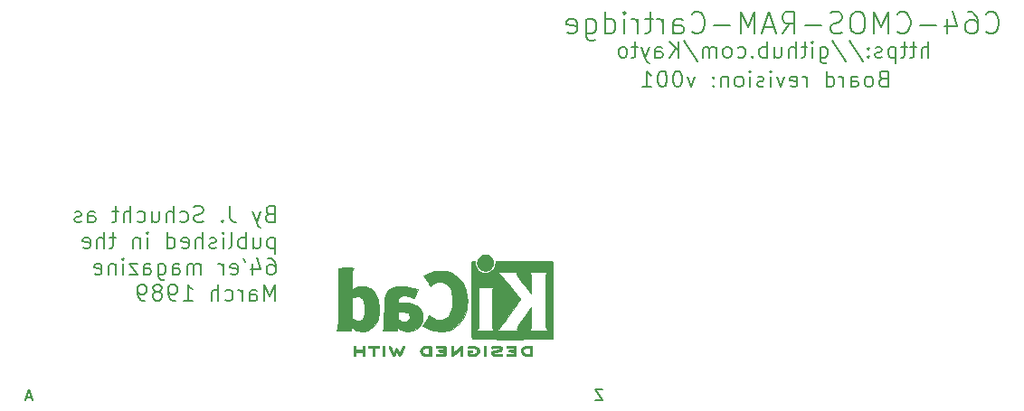
<source format=gbo>
G04 #@! TF.GenerationSoftware,KiCad,Pcbnew,(5.1.9)-1*
G04 #@! TF.CreationDate,2023-02-03T17:28:33+00:00*
G04 #@! TF.ProjectId,C64RAMCart,43363452-414d-4436-9172-742e6b696361,rev?*
G04 #@! TF.SameCoordinates,Original*
G04 #@! TF.FileFunction,Legend,Bot*
G04 #@! TF.FilePolarity,Positive*
%FSLAX46Y46*%
G04 Gerber Fmt 4.6, Leading zero omitted, Abs format (unit mm)*
G04 Created by KiCad (PCBNEW (5.1.9)-1) date 2023-02-03 17:28:33*
%MOMM*%
%LPD*%
G01*
G04 APERTURE LIST*
%ADD10C,0.200000*%
%ADD11C,0.010000*%
%ADD12C,0.150000*%
G04 APERTURE END LIST*
D10*
X104902857Y-135317857D02*
X104688571Y-135389285D01*
X104617142Y-135460714D01*
X104545714Y-135603571D01*
X104545714Y-135817857D01*
X104617142Y-135960714D01*
X104688571Y-136032142D01*
X104831428Y-136103571D01*
X105402857Y-136103571D01*
X105402857Y-134603571D01*
X104902857Y-134603571D01*
X104760000Y-134675000D01*
X104688571Y-134746428D01*
X104617142Y-134889285D01*
X104617142Y-135032142D01*
X104688571Y-135175000D01*
X104760000Y-135246428D01*
X104902857Y-135317857D01*
X105402857Y-135317857D01*
X104045714Y-135103571D02*
X103688571Y-136103571D01*
X103331428Y-135103571D02*
X103688571Y-136103571D01*
X103831428Y-136460714D01*
X103902857Y-136532142D01*
X104045714Y-136603571D01*
X101188571Y-134603571D02*
X101188571Y-135675000D01*
X101260000Y-135889285D01*
X101402857Y-136032142D01*
X101617142Y-136103571D01*
X101760000Y-136103571D01*
X100474285Y-135960714D02*
X100402857Y-136032142D01*
X100474285Y-136103571D01*
X100545714Y-136032142D01*
X100474285Y-135960714D01*
X100474285Y-136103571D01*
X98688571Y-136032142D02*
X98474285Y-136103571D01*
X98117142Y-136103571D01*
X97974285Y-136032142D01*
X97902857Y-135960714D01*
X97831428Y-135817857D01*
X97831428Y-135675000D01*
X97902857Y-135532142D01*
X97974285Y-135460714D01*
X98117142Y-135389285D01*
X98402857Y-135317857D01*
X98545714Y-135246428D01*
X98617142Y-135175000D01*
X98688571Y-135032142D01*
X98688571Y-134889285D01*
X98617142Y-134746428D01*
X98545714Y-134675000D01*
X98402857Y-134603571D01*
X98045714Y-134603571D01*
X97831428Y-134675000D01*
X96545714Y-136032142D02*
X96688571Y-136103571D01*
X96974285Y-136103571D01*
X97117142Y-136032142D01*
X97188571Y-135960714D01*
X97260000Y-135817857D01*
X97260000Y-135389285D01*
X97188571Y-135246428D01*
X97117142Y-135175000D01*
X96974285Y-135103571D01*
X96688571Y-135103571D01*
X96545714Y-135175000D01*
X95902857Y-136103571D02*
X95902857Y-134603571D01*
X95260000Y-136103571D02*
X95260000Y-135317857D01*
X95331428Y-135175000D01*
X95474285Y-135103571D01*
X95688571Y-135103571D01*
X95831428Y-135175000D01*
X95902857Y-135246428D01*
X93902857Y-135103571D02*
X93902857Y-136103571D01*
X94545714Y-135103571D02*
X94545714Y-135889285D01*
X94474285Y-136032142D01*
X94331428Y-136103571D01*
X94117142Y-136103571D01*
X93974285Y-136032142D01*
X93902857Y-135960714D01*
X92545714Y-136032142D02*
X92688571Y-136103571D01*
X92974285Y-136103571D01*
X93117142Y-136032142D01*
X93188571Y-135960714D01*
X93260000Y-135817857D01*
X93260000Y-135389285D01*
X93188571Y-135246428D01*
X93117142Y-135175000D01*
X92974285Y-135103571D01*
X92688571Y-135103571D01*
X92545714Y-135175000D01*
X91902857Y-136103571D02*
X91902857Y-134603571D01*
X91260000Y-136103571D02*
X91260000Y-135317857D01*
X91331428Y-135175000D01*
X91474285Y-135103571D01*
X91688571Y-135103571D01*
X91831428Y-135175000D01*
X91902857Y-135246428D01*
X90760000Y-135103571D02*
X90188571Y-135103571D01*
X90545714Y-134603571D02*
X90545714Y-135889285D01*
X90474285Y-136032142D01*
X90331428Y-136103571D01*
X90188571Y-136103571D01*
X87902857Y-136103571D02*
X87902857Y-135317857D01*
X87974285Y-135175000D01*
X88117142Y-135103571D01*
X88402857Y-135103571D01*
X88545714Y-135175000D01*
X87902857Y-136032142D02*
X88045714Y-136103571D01*
X88402857Y-136103571D01*
X88545714Y-136032142D01*
X88617142Y-135889285D01*
X88617142Y-135746428D01*
X88545714Y-135603571D01*
X88402857Y-135532142D01*
X88045714Y-135532142D01*
X87902857Y-135460714D01*
X87260000Y-136032142D02*
X87117142Y-136103571D01*
X86831428Y-136103571D01*
X86688571Y-136032142D01*
X86617142Y-135889285D01*
X86617142Y-135817857D01*
X86688571Y-135675000D01*
X86831428Y-135603571D01*
X87045714Y-135603571D01*
X87188571Y-135532142D01*
X87260000Y-135389285D01*
X87260000Y-135317857D01*
X87188571Y-135175000D01*
X87045714Y-135103571D01*
X86831428Y-135103571D01*
X86688571Y-135175000D01*
X105402857Y-137553571D02*
X105402857Y-139053571D01*
X105402857Y-137625000D02*
X105260000Y-137553571D01*
X104974285Y-137553571D01*
X104831428Y-137625000D01*
X104760000Y-137696428D01*
X104688571Y-137839285D01*
X104688571Y-138267857D01*
X104760000Y-138410714D01*
X104831428Y-138482142D01*
X104974285Y-138553571D01*
X105260000Y-138553571D01*
X105402857Y-138482142D01*
X103402857Y-137553571D02*
X103402857Y-138553571D01*
X104045714Y-137553571D02*
X104045714Y-138339285D01*
X103974285Y-138482142D01*
X103831428Y-138553571D01*
X103617142Y-138553571D01*
X103474285Y-138482142D01*
X103402857Y-138410714D01*
X102688571Y-138553571D02*
X102688571Y-137053571D01*
X102688571Y-137625000D02*
X102545714Y-137553571D01*
X102260000Y-137553571D01*
X102117142Y-137625000D01*
X102045714Y-137696428D01*
X101974285Y-137839285D01*
X101974285Y-138267857D01*
X102045714Y-138410714D01*
X102117142Y-138482142D01*
X102260000Y-138553571D01*
X102545714Y-138553571D01*
X102688571Y-138482142D01*
X101117142Y-138553571D02*
X101260000Y-138482142D01*
X101331428Y-138339285D01*
X101331428Y-137053571D01*
X100545714Y-138553571D02*
X100545714Y-137553571D01*
X100545714Y-137053571D02*
X100617142Y-137125000D01*
X100545714Y-137196428D01*
X100474285Y-137125000D01*
X100545714Y-137053571D01*
X100545714Y-137196428D01*
X99902857Y-138482142D02*
X99760000Y-138553571D01*
X99474285Y-138553571D01*
X99331428Y-138482142D01*
X99260000Y-138339285D01*
X99260000Y-138267857D01*
X99331428Y-138125000D01*
X99474285Y-138053571D01*
X99688571Y-138053571D01*
X99831428Y-137982142D01*
X99902857Y-137839285D01*
X99902857Y-137767857D01*
X99831428Y-137625000D01*
X99688571Y-137553571D01*
X99474285Y-137553571D01*
X99331428Y-137625000D01*
X98617142Y-138553571D02*
X98617142Y-137053571D01*
X97974285Y-138553571D02*
X97974285Y-137767857D01*
X98045714Y-137625000D01*
X98188571Y-137553571D01*
X98402857Y-137553571D01*
X98545714Y-137625000D01*
X98617142Y-137696428D01*
X96688571Y-138482142D02*
X96831428Y-138553571D01*
X97117142Y-138553571D01*
X97260000Y-138482142D01*
X97331428Y-138339285D01*
X97331428Y-137767857D01*
X97260000Y-137625000D01*
X97117142Y-137553571D01*
X96831428Y-137553571D01*
X96688571Y-137625000D01*
X96617142Y-137767857D01*
X96617142Y-137910714D01*
X97331428Y-138053571D01*
X95331428Y-138553571D02*
X95331428Y-137053571D01*
X95331428Y-138482142D02*
X95474285Y-138553571D01*
X95760000Y-138553571D01*
X95902857Y-138482142D01*
X95974285Y-138410714D01*
X96045714Y-138267857D01*
X96045714Y-137839285D01*
X95974285Y-137696428D01*
X95902857Y-137625000D01*
X95760000Y-137553571D01*
X95474285Y-137553571D01*
X95331428Y-137625000D01*
X93474285Y-138553571D02*
X93474285Y-137553571D01*
X93474285Y-137053571D02*
X93545714Y-137125000D01*
X93474285Y-137196428D01*
X93402857Y-137125000D01*
X93474285Y-137053571D01*
X93474285Y-137196428D01*
X92760000Y-137553571D02*
X92760000Y-138553571D01*
X92760000Y-137696428D02*
X92688571Y-137625000D01*
X92545714Y-137553571D01*
X92331428Y-137553571D01*
X92188571Y-137625000D01*
X92117142Y-137767857D01*
X92117142Y-138553571D01*
X90474285Y-137553571D02*
X89902857Y-137553571D01*
X90260000Y-137053571D02*
X90260000Y-138339285D01*
X90188571Y-138482142D01*
X90045714Y-138553571D01*
X89902857Y-138553571D01*
X89402857Y-138553571D02*
X89402857Y-137053571D01*
X88760000Y-138553571D02*
X88760000Y-137767857D01*
X88831428Y-137625000D01*
X88974285Y-137553571D01*
X89188571Y-137553571D01*
X89331428Y-137625000D01*
X89402857Y-137696428D01*
X87474285Y-138482142D02*
X87617142Y-138553571D01*
X87902857Y-138553571D01*
X88045714Y-138482142D01*
X88117142Y-138339285D01*
X88117142Y-137767857D01*
X88045714Y-137625000D01*
X87902857Y-137553571D01*
X87617142Y-137553571D01*
X87474285Y-137625000D01*
X87402857Y-137767857D01*
X87402857Y-137910714D01*
X88117142Y-138053571D01*
X104760000Y-139503571D02*
X105045714Y-139503571D01*
X105188571Y-139575000D01*
X105260000Y-139646428D01*
X105402857Y-139860714D01*
X105474285Y-140146428D01*
X105474285Y-140717857D01*
X105402857Y-140860714D01*
X105331428Y-140932142D01*
X105188571Y-141003571D01*
X104902857Y-141003571D01*
X104760000Y-140932142D01*
X104688571Y-140860714D01*
X104617142Y-140717857D01*
X104617142Y-140360714D01*
X104688571Y-140217857D01*
X104760000Y-140146428D01*
X104902857Y-140075000D01*
X105188571Y-140075000D01*
X105331428Y-140146428D01*
X105402857Y-140217857D01*
X105474285Y-140360714D01*
X103331428Y-140003571D02*
X103331428Y-141003571D01*
X103688571Y-139432142D02*
X104045714Y-140503571D01*
X103117142Y-140503571D01*
X102474285Y-139503571D02*
X102617142Y-139789285D01*
X101260000Y-140932142D02*
X101402857Y-141003571D01*
X101688571Y-141003571D01*
X101831428Y-140932142D01*
X101902857Y-140789285D01*
X101902857Y-140217857D01*
X101831428Y-140075000D01*
X101688571Y-140003571D01*
X101402857Y-140003571D01*
X101260000Y-140075000D01*
X101188571Y-140217857D01*
X101188571Y-140360714D01*
X101902857Y-140503571D01*
X100545714Y-141003571D02*
X100545714Y-140003571D01*
X100545714Y-140289285D02*
X100474285Y-140146428D01*
X100402857Y-140075000D01*
X100260000Y-140003571D01*
X100117142Y-140003571D01*
X98474285Y-141003571D02*
X98474285Y-140003571D01*
X98474285Y-140146428D02*
X98402857Y-140075000D01*
X98260000Y-140003571D01*
X98045714Y-140003571D01*
X97902857Y-140075000D01*
X97831428Y-140217857D01*
X97831428Y-141003571D01*
X97831428Y-140217857D02*
X97760000Y-140075000D01*
X97617142Y-140003571D01*
X97402857Y-140003571D01*
X97260000Y-140075000D01*
X97188571Y-140217857D01*
X97188571Y-141003571D01*
X95831428Y-141003571D02*
X95831428Y-140217857D01*
X95902857Y-140075000D01*
X96045714Y-140003571D01*
X96331428Y-140003571D01*
X96474285Y-140075000D01*
X95831428Y-140932142D02*
X95974285Y-141003571D01*
X96331428Y-141003571D01*
X96474285Y-140932142D01*
X96545714Y-140789285D01*
X96545714Y-140646428D01*
X96474285Y-140503571D01*
X96331428Y-140432142D01*
X95974285Y-140432142D01*
X95831428Y-140360714D01*
X94474285Y-140003571D02*
X94474285Y-141217857D01*
X94545714Y-141360714D01*
X94617142Y-141432142D01*
X94760000Y-141503571D01*
X94974285Y-141503571D01*
X95117142Y-141432142D01*
X94474285Y-140932142D02*
X94617142Y-141003571D01*
X94902857Y-141003571D01*
X95045714Y-140932142D01*
X95117142Y-140860714D01*
X95188571Y-140717857D01*
X95188571Y-140289285D01*
X95117142Y-140146428D01*
X95045714Y-140075000D01*
X94902857Y-140003571D01*
X94617142Y-140003571D01*
X94474285Y-140075000D01*
X93117142Y-141003571D02*
X93117142Y-140217857D01*
X93188571Y-140075000D01*
X93331428Y-140003571D01*
X93617142Y-140003571D01*
X93760000Y-140075000D01*
X93117142Y-140932142D02*
X93260000Y-141003571D01*
X93617142Y-141003571D01*
X93760000Y-140932142D01*
X93831428Y-140789285D01*
X93831428Y-140646428D01*
X93760000Y-140503571D01*
X93617142Y-140432142D01*
X93260000Y-140432142D01*
X93117142Y-140360714D01*
X92545714Y-140003571D02*
X91760000Y-140003571D01*
X92545714Y-141003571D01*
X91760000Y-141003571D01*
X91188571Y-141003571D02*
X91188571Y-140003571D01*
X91188571Y-139503571D02*
X91260000Y-139575000D01*
X91188571Y-139646428D01*
X91117142Y-139575000D01*
X91188571Y-139503571D01*
X91188571Y-139646428D01*
X90474285Y-140003571D02*
X90474285Y-141003571D01*
X90474285Y-140146428D02*
X90402857Y-140075000D01*
X90260000Y-140003571D01*
X90045714Y-140003571D01*
X89902857Y-140075000D01*
X89831428Y-140217857D01*
X89831428Y-141003571D01*
X88545714Y-140932142D02*
X88688571Y-141003571D01*
X88974285Y-141003571D01*
X89117142Y-140932142D01*
X89188571Y-140789285D01*
X89188571Y-140217857D01*
X89117142Y-140075000D01*
X88974285Y-140003571D01*
X88688571Y-140003571D01*
X88545714Y-140075000D01*
X88474285Y-140217857D01*
X88474285Y-140360714D01*
X89188571Y-140503571D01*
X105402857Y-143453571D02*
X105402857Y-141953571D01*
X104902857Y-143025000D01*
X104402857Y-141953571D01*
X104402857Y-143453571D01*
X103045714Y-143453571D02*
X103045714Y-142667857D01*
X103117142Y-142525000D01*
X103260000Y-142453571D01*
X103545714Y-142453571D01*
X103688571Y-142525000D01*
X103045714Y-143382142D02*
X103188571Y-143453571D01*
X103545714Y-143453571D01*
X103688571Y-143382142D01*
X103760000Y-143239285D01*
X103760000Y-143096428D01*
X103688571Y-142953571D01*
X103545714Y-142882142D01*
X103188571Y-142882142D01*
X103045714Y-142810714D01*
X102331428Y-143453571D02*
X102331428Y-142453571D01*
X102331428Y-142739285D02*
X102260000Y-142596428D01*
X102188571Y-142525000D01*
X102045714Y-142453571D01*
X101902857Y-142453571D01*
X100760000Y-143382142D02*
X100902857Y-143453571D01*
X101188571Y-143453571D01*
X101331428Y-143382142D01*
X101402857Y-143310714D01*
X101474285Y-143167857D01*
X101474285Y-142739285D01*
X101402857Y-142596428D01*
X101331428Y-142525000D01*
X101188571Y-142453571D01*
X100902857Y-142453571D01*
X100760000Y-142525000D01*
X100117142Y-143453571D02*
X100117142Y-141953571D01*
X99474285Y-143453571D02*
X99474285Y-142667857D01*
X99545714Y-142525000D01*
X99688571Y-142453571D01*
X99902857Y-142453571D01*
X100045714Y-142525000D01*
X100117142Y-142596428D01*
X96831428Y-143453571D02*
X97688571Y-143453571D01*
X97260000Y-143453571D02*
X97260000Y-141953571D01*
X97402857Y-142167857D01*
X97545714Y-142310714D01*
X97688571Y-142382142D01*
X96117142Y-143453571D02*
X95831428Y-143453571D01*
X95688571Y-143382142D01*
X95617142Y-143310714D01*
X95474285Y-143096428D01*
X95402857Y-142810714D01*
X95402857Y-142239285D01*
X95474285Y-142096428D01*
X95545714Y-142025000D01*
X95688571Y-141953571D01*
X95974285Y-141953571D01*
X96117142Y-142025000D01*
X96188571Y-142096428D01*
X96260000Y-142239285D01*
X96260000Y-142596428D01*
X96188571Y-142739285D01*
X96117142Y-142810714D01*
X95974285Y-142882142D01*
X95688571Y-142882142D01*
X95545714Y-142810714D01*
X95474285Y-142739285D01*
X95402857Y-142596428D01*
X94545714Y-142596428D02*
X94688571Y-142525000D01*
X94760000Y-142453571D01*
X94831428Y-142310714D01*
X94831428Y-142239285D01*
X94760000Y-142096428D01*
X94688571Y-142025000D01*
X94545714Y-141953571D01*
X94260000Y-141953571D01*
X94117142Y-142025000D01*
X94045714Y-142096428D01*
X93974285Y-142239285D01*
X93974285Y-142310714D01*
X94045714Y-142453571D01*
X94117142Y-142525000D01*
X94260000Y-142596428D01*
X94545714Y-142596428D01*
X94688571Y-142667857D01*
X94760000Y-142739285D01*
X94831428Y-142882142D01*
X94831428Y-143167857D01*
X94760000Y-143310714D01*
X94688571Y-143382142D01*
X94545714Y-143453571D01*
X94260000Y-143453571D01*
X94117142Y-143382142D01*
X94045714Y-143310714D01*
X93974285Y-143167857D01*
X93974285Y-142882142D01*
X94045714Y-142739285D01*
X94117142Y-142667857D01*
X94260000Y-142596428D01*
X93260000Y-143453571D02*
X92974285Y-143453571D01*
X92831428Y-143382142D01*
X92760000Y-143310714D01*
X92617142Y-143096428D01*
X92545714Y-142810714D01*
X92545714Y-142239285D01*
X92617142Y-142096428D01*
X92688571Y-142025000D01*
X92831428Y-141953571D01*
X93117142Y-141953571D01*
X93260000Y-142025000D01*
X93331428Y-142096428D01*
X93402857Y-142239285D01*
X93402857Y-142596428D01*
X93331428Y-142739285D01*
X93260000Y-142810714D01*
X93117142Y-142882142D01*
X92831428Y-142882142D01*
X92688571Y-142810714D01*
X92617142Y-142739285D01*
X92545714Y-142596428D01*
X166577857Y-120678571D02*
X166577857Y-119178571D01*
X165935000Y-120678571D02*
X165935000Y-119892857D01*
X166006428Y-119750000D01*
X166149285Y-119678571D01*
X166363571Y-119678571D01*
X166506428Y-119750000D01*
X166577857Y-119821428D01*
X165435000Y-119678571D02*
X164863571Y-119678571D01*
X165220714Y-119178571D02*
X165220714Y-120464285D01*
X165149285Y-120607142D01*
X165006428Y-120678571D01*
X164863571Y-120678571D01*
X164577857Y-119678571D02*
X164006428Y-119678571D01*
X164363571Y-119178571D02*
X164363571Y-120464285D01*
X164292142Y-120607142D01*
X164149285Y-120678571D01*
X164006428Y-120678571D01*
X163506428Y-119678571D02*
X163506428Y-121178571D01*
X163506428Y-119750000D02*
X163363571Y-119678571D01*
X163077857Y-119678571D01*
X162935000Y-119750000D01*
X162863571Y-119821428D01*
X162792142Y-119964285D01*
X162792142Y-120392857D01*
X162863571Y-120535714D01*
X162935000Y-120607142D01*
X163077857Y-120678571D01*
X163363571Y-120678571D01*
X163506428Y-120607142D01*
X162220714Y-120607142D02*
X162077857Y-120678571D01*
X161792142Y-120678571D01*
X161649285Y-120607142D01*
X161577857Y-120464285D01*
X161577857Y-120392857D01*
X161649285Y-120250000D01*
X161792142Y-120178571D01*
X162006428Y-120178571D01*
X162149285Y-120107142D01*
X162220714Y-119964285D01*
X162220714Y-119892857D01*
X162149285Y-119750000D01*
X162006428Y-119678571D01*
X161792142Y-119678571D01*
X161649285Y-119750000D01*
X160935000Y-120535714D02*
X160863571Y-120607142D01*
X160935000Y-120678571D01*
X161006428Y-120607142D01*
X160935000Y-120535714D01*
X160935000Y-120678571D01*
X160935000Y-119750000D02*
X160863571Y-119821428D01*
X160935000Y-119892857D01*
X161006428Y-119821428D01*
X160935000Y-119750000D01*
X160935000Y-119892857D01*
X159149285Y-119107142D02*
X160435000Y-121035714D01*
X157577857Y-119107142D02*
X158863571Y-121035714D01*
X156435000Y-119678571D02*
X156435000Y-120892857D01*
X156506428Y-121035714D01*
X156577857Y-121107142D01*
X156720714Y-121178571D01*
X156935000Y-121178571D01*
X157077857Y-121107142D01*
X156435000Y-120607142D02*
X156577857Y-120678571D01*
X156863571Y-120678571D01*
X157006428Y-120607142D01*
X157077857Y-120535714D01*
X157149285Y-120392857D01*
X157149285Y-119964285D01*
X157077857Y-119821428D01*
X157006428Y-119750000D01*
X156863571Y-119678571D01*
X156577857Y-119678571D01*
X156435000Y-119750000D01*
X155720714Y-120678571D02*
X155720714Y-119678571D01*
X155720714Y-119178571D02*
X155792142Y-119250000D01*
X155720714Y-119321428D01*
X155649285Y-119250000D01*
X155720714Y-119178571D01*
X155720714Y-119321428D01*
X155220714Y-119678571D02*
X154649285Y-119678571D01*
X155006428Y-119178571D02*
X155006428Y-120464285D01*
X154935000Y-120607142D01*
X154792142Y-120678571D01*
X154649285Y-120678571D01*
X154149285Y-120678571D02*
X154149285Y-119178571D01*
X153506428Y-120678571D02*
X153506428Y-119892857D01*
X153577857Y-119750000D01*
X153720714Y-119678571D01*
X153935000Y-119678571D01*
X154077857Y-119750000D01*
X154149285Y-119821428D01*
X152149285Y-119678571D02*
X152149285Y-120678571D01*
X152792142Y-119678571D02*
X152792142Y-120464285D01*
X152720714Y-120607142D01*
X152577857Y-120678571D01*
X152363571Y-120678571D01*
X152220714Y-120607142D01*
X152149285Y-120535714D01*
X151435000Y-120678571D02*
X151435000Y-119178571D01*
X151435000Y-119750000D02*
X151292142Y-119678571D01*
X151006428Y-119678571D01*
X150863571Y-119750000D01*
X150792142Y-119821428D01*
X150720714Y-119964285D01*
X150720714Y-120392857D01*
X150792142Y-120535714D01*
X150863571Y-120607142D01*
X151006428Y-120678571D01*
X151292142Y-120678571D01*
X151435000Y-120607142D01*
X150077857Y-120535714D02*
X150006428Y-120607142D01*
X150077857Y-120678571D01*
X150149285Y-120607142D01*
X150077857Y-120535714D01*
X150077857Y-120678571D01*
X148720714Y-120607142D02*
X148863571Y-120678571D01*
X149149285Y-120678571D01*
X149292142Y-120607142D01*
X149363571Y-120535714D01*
X149435000Y-120392857D01*
X149435000Y-119964285D01*
X149363571Y-119821428D01*
X149292142Y-119750000D01*
X149149285Y-119678571D01*
X148863571Y-119678571D01*
X148720714Y-119750000D01*
X147863571Y-120678571D02*
X148006428Y-120607142D01*
X148077857Y-120535714D01*
X148149285Y-120392857D01*
X148149285Y-119964285D01*
X148077857Y-119821428D01*
X148006428Y-119750000D01*
X147863571Y-119678571D01*
X147649285Y-119678571D01*
X147506428Y-119750000D01*
X147435000Y-119821428D01*
X147363571Y-119964285D01*
X147363571Y-120392857D01*
X147435000Y-120535714D01*
X147506428Y-120607142D01*
X147649285Y-120678571D01*
X147863571Y-120678571D01*
X146720714Y-120678571D02*
X146720714Y-119678571D01*
X146720714Y-119821428D02*
X146649285Y-119750000D01*
X146506428Y-119678571D01*
X146292142Y-119678571D01*
X146149285Y-119750000D01*
X146077857Y-119892857D01*
X146077857Y-120678571D01*
X146077857Y-119892857D02*
X146006428Y-119750000D01*
X145863571Y-119678571D01*
X145649285Y-119678571D01*
X145506428Y-119750000D01*
X145435000Y-119892857D01*
X145435000Y-120678571D01*
X143649285Y-119107142D02*
X144935000Y-121035714D01*
X143149285Y-120678571D02*
X143149285Y-119178571D01*
X142292142Y-120678571D02*
X142935000Y-119821428D01*
X142292142Y-119178571D02*
X143149285Y-120035714D01*
X141006428Y-120678571D02*
X141006428Y-119892857D01*
X141077857Y-119750000D01*
X141220714Y-119678571D01*
X141506428Y-119678571D01*
X141649285Y-119750000D01*
X141006428Y-120607142D02*
X141149285Y-120678571D01*
X141506428Y-120678571D01*
X141649285Y-120607142D01*
X141720714Y-120464285D01*
X141720714Y-120321428D01*
X141649285Y-120178571D01*
X141506428Y-120107142D01*
X141149285Y-120107142D01*
X141006428Y-120035714D01*
X140435000Y-119678571D02*
X140077857Y-120678571D01*
X139720714Y-119678571D02*
X140077857Y-120678571D01*
X140220714Y-121035714D01*
X140292142Y-121107142D01*
X140435000Y-121178571D01*
X139363571Y-119678571D02*
X138792142Y-119678571D01*
X139149285Y-119178571D02*
X139149285Y-120464285D01*
X139077857Y-120607142D01*
X138935000Y-120678571D01*
X138792142Y-120678571D01*
X138077857Y-120678571D02*
X138220714Y-120607142D01*
X138292142Y-120535714D01*
X138363571Y-120392857D01*
X138363571Y-119964285D01*
X138292142Y-119821428D01*
X138220714Y-119750000D01*
X138077857Y-119678571D01*
X137863571Y-119678571D01*
X137720714Y-119750000D01*
X137649285Y-119821428D01*
X137577857Y-119964285D01*
X137577857Y-120392857D01*
X137649285Y-120535714D01*
X137720714Y-120607142D01*
X137863571Y-120678571D01*
X138077857Y-120678571D01*
X171940000Y-118214285D02*
X172035238Y-118309523D01*
X172320952Y-118404761D01*
X172511428Y-118404761D01*
X172797142Y-118309523D01*
X172987619Y-118119047D01*
X173082857Y-117928571D01*
X173178095Y-117547619D01*
X173178095Y-117261904D01*
X173082857Y-116880952D01*
X172987619Y-116690476D01*
X172797142Y-116500000D01*
X172511428Y-116404761D01*
X172320952Y-116404761D01*
X172035238Y-116500000D01*
X171940000Y-116595238D01*
X170225714Y-116404761D02*
X170606666Y-116404761D01*
X170797142Y-116500000D01*
X170892380Y-116595238D01*
X171082857Y-116880952D01*
X171178095Y-117261904D01*
X171178095Y-118023809D01*
X171082857Y-118214285D01*
X170987619Y-118309523D01*
X170797142Y-118404761D01*
X170416190Y-118404761D01*
X170225714Y-118309523D01*
X170130476Y-118214285D01*
X170035238Y-118023809D01*
X170035238Y-117547619D01*
X170130476Y-117357142D01*
X170225714Y-117261904D01*
X170416190Y-117166666D01*
X170797142Y-117166666D01*
X170987619Y-117261904D01*
X171082857Y-117357142D01*
X171178095Y-117547619D01*
X168320952Y-117071428D02*
X168320952Y-118404761D01*
X168797142Y-116309523D02*
X169273333Y-117738095D01*
X168035238Y-117738095D01*
X167273333Y-117642857D02*
X165749523Y-117642857D01*
X163654285Y-118214285D02*
X163749523Y-118309523D01*
X164035238Y-118404761D01*
X164225714Y-118404761D01*
X164511428Y-118309523D01*
X164701904Y-118119047D01*
X164797142Y-117928571D01*
X164892380Y-117547619D01*
X164892380Y-117261904D01*
X164797142Y-116880952D01*
X164701904Y-116690476D01*
X164511428Y-116500000D01*
X164225714Y-116404761D01*
X164035238Y-116404761D01*
X163749523Y-116500000D01*
X163654285Y-116595238D01*
X162797142Y-118404761D02*
X162797142Y-116404761D01*
X162130476Y-117833333D01*
X161463809Y-116404761D01*
X161463809Y-118404761D01*
X160130476Y-116404761D02*
X159749523Y-116404761D01*
X159559047Y-116500000D01*
X159368571Y-116690476D01*
X159273333Y-117071428D01*
X159273333Y-117738095D01*
X159368571Y-118119047D01*
X159559047Y-118309523D01*
X159749523Y-118404761D01*
X160130476Y-118404761D01*
X160320952Y-118309523D01*
X160511428Y-118119047D01*
X160606666Y-117738095D01*
X160606666Y-117071428D01*
X160511428Y-116690476D01*
X160320952Y-116500000D01*
X160130476Y-116404761D01*
X158511428Y-118309523D02*
X158225714Y-118404761D01*
X157749523Y-118404761D01*
X157559047Y-118309523D01*
X157463809Y-118214285D01*
X157368571Y-118023809D01*
X157368571Y-117833333D01*
X157463809Y-117642857D01*
X157559047Y-117547619D01*
X157749523Y-117452380D01*
X158130476Y-117357142D01*
X158320952Y-117261904D01*
X158416190Y-117166666D01*
X158511428Y-116976190D01*
X158511428Y-116785714D01*
X158416190Y-116595238D01*
X158320952Y-116500000D01*
X158130476Y-116404761D01*
X157654285Y-116404761D01*
X157368571Y-116500000D01*
X156511428Y-117642857D02*
X154987619Y-117642857D01*
X152892380Y-118404761D02*
X153559047Y-117452380D01*
X154035238Y-118404761D02*
X154035238Y-116404761D01*
X153273333Y-116404761D01*
X153082857Y-116500000D01*
X152987619Y-116595238D01*
X152892380Y-116785714D01*
X152892380Y-117071428D01*
X152987619Y-117261904D01*
X153082857Y-117357142D01*
X153273333Y-117452380D01*
X154035238Y-117452380D01*
X152130476Y-117833333D02*
X151178095Y-117833333D01*
X152320952Y-118404761D02*
X151654285Y-116404761D01*
X150987619Y-118404761D01*
X150320952Y-118404761D02*
X150320952Y-116404761D01*
X149654285Y-117833333D01*
X148987619Y-116404761D01*
X148987619Y-118404761D01*
X148035238Y-117642857D02*
X146511428Y-117642857D01*
X144416190Y-118214285D02*
X144511428Y-118309523D01*
X144797142Y-118404761D01*
X144987619Y-118404761D01*
X145273333Y-118309523D01*
X145463809Y-118119047D01*
X145559047Y-117928571D01*
X145654285Y-117547619D01*
X145654285Y-117261904D01*
X145559047Y-116880952D01*
X145463809Y-116690476D01*
X145273333Y-116500000D01*
X144987619Y-116404761D01*
X144797142Y-116404761D01*
X144511428Y-116500000D01*
X144416190Y-116595238D01*
X142701904Y-118404761D02*
X142701904Y-117357142D01*
X142797142Y-117166666D01*
X142987619Y-117071428D01*
X143368571Y-117071428D01*
X143559047Y-117166666D01*
X142701904Y-118309523D02*
X142892380Y-118404761D01*
X143368571Y-118404761D01*
X143559047Y-118309523D01*
X143654285Y-118119047D01*
X143654285Y-117928571D01*
X143559047Y-117738095D01*
X143368571Y-117642857D01*
X142892380Y-117642857D01*
X142701904Y-117547619D01*
X141749523Y-118404761D02*
X141749523Y-117071428D01*
X141749523Y-117452380D02*
X141654285Y-117261904D01*
X141559047Y-117166666D01*
X141368571Y-117071428D01*
X141178095Y-117071428D01*
X140797142Y-117071428D02*
X140035238Y-117071428D01*
X140511428Y-116404761D02*
X140511428Y-118119047D01*
X140416190Y-118309523D01*
X140225714Y-118404761D01*
X140035238Y-118404761D01*
X139368571Y-118404761D02*
X139368571Y-117071428D01*
X139368571Y-117452380D02*
X139273333Y-117261904D01*
X139178095Y-117166666D01*
X138987619Y-117071428D01*
X138797142Y-117071428D01*
X138130476Y-118404761D02*
X138130476Y-117071428D01*
X138130476Y-116404761D02*
X138225714Y-116500000D01*
X138130476Y-116595238D01*
X138035238Y-116500000D01*
X138130476Y-116404761D01*
X138130476Y-116595238D01*
X136320952Y-118404761D02*
X136320952Y-116404761D01*
X136320952Y-118309523D02*
X136511428Y-118404761D01*
X136892380Y-118404761D01*
X137082857Y-118309523D01*
X137178095Y-118214285D01*
X137273333Y-118023809D01*
X137273333Y-117452380D01*
X137178095Y-117261904D01*
X137082857Y-117166666D01*
X136892380Y-117071428D01*
X136511428Y-117071428D01*
X136320952Y-117166666D01*
X134511428Y-117071428D02*
X134511428Y-118690476D01*
X134606666Y-118880952D01*
X134701904Y-118976190D01*
X134892380Y-119071428D01*
X135178095Y-119071428D01*
X135368571Y-118976190D01*
X134511428Y-118309523D02*
X134701904Y-118404761D01*
X135082857Y-118404761D01*
X135273333Y-118309523D01*
X135368571Y-118214285D01*
X135463809Y-118023809D01*
X135463809Y-117452380D01*
X135368571Y-117261904D01*
X135273333Y-117166666D01*
X135082857Y-117071428D01*
X134701904Y-117071428D01*
X134511428Y-117166666D01*
X132797142Y-118309523D02*
X132987619Y-118404761D01*
X133368571Y-118404761D01*
X133559047Y-118309523D01*
X133654285Y-118119047D01*
X133654285Y-117357142D01*
X133559047Y-117166666D01*
X133368571Y-117071428D01*
X132987619Y-117071428D01*
X132797142Y-117166666D01*
X132701904Y-117357142D01*
X132701904Y-117547619D01*
X133654285Y-117738095D01*
X162302857Y-122642857D02*
X162088571Y-122714285D01*
X162017142Y-122785714D01*
X161945714Y-122928571D01*
X161945714Y-123142857D01*
X162017142Y-123285714D01*
X162088571Y-123357142D01*
X162231428Y-123428571D01*
X162802857Y-123428571D01*
X162802857Y-121928571D01*
X162302857Y-121928571D01*
X162160000Y-122000000D01*
X162088571Y-122071428D01*
X162017142Y-122214285D01*
X162017142Y-122357142D01*
X162088571Y-122500000D01*
X162160000Y-122571428D01*
X162302857Y-122642857D01*
X162802857Y-122642857D01*
X161088571Y-123428571D02*
X161231428Y-123357142D01*
X161302857Y-123285714D01*
X161374285Y-123142857D01*
X161374285Y-122714285D01*
X161302857Y-122571428D01*
X161231428Y-122500000D01*
X161088571Y-122428571D01*
X160874285Y-122428571D01*
X160731428Y-122500000D01*
X160660000Y-122571428D01*
X160588571Y-122714285D01*
X160588571Y-123142857D01*
X160660000Y-123285714D01*
X160731428Y-123357142D01*
X160874285Y-123428571D01*
X161088571Y-123428571D01*
X159302857Y-123428571D02*
X159302857Y-122642857D01*
X159374285Y-122500000D01*
X159517142Y-122428571D01*
X159802857Y-122428571D01*
X159945714Y-122500000D01*
X159302857Y-123357142D02*
X159445714Y-123428571D01*
X159802857Y-123428571D01*
X159945714Y-123357142D01*
X160017142Y-123214285D01*
X160017142Y-123071428D01*
X159945714Y-122928571D01*
X159802857Y-122857142D01*
X159445714Y-122857142D01*
X159302857Y-122785714D01*
X158588571Y-123428571D02*
X158588571Y-122428571D01*
X158588571Y-122714285D02*
X158517142Y-122571428D01*
X158445714Y-122500000D01*
X158302857Y-122428571D01*
X158160000Y-122428571D01*
X157017142Y-123428571D02*
X157017142Y-121928571D01*
X157017142Y-123357142D02*
X157160000Y-123428571D01*
X157445714Y-123428571D01*
X157588571Y-123357142D01*
X157660000Y-123285714D01*
X157731428Y-123142857D01*
X157731428Y-122714285D01*
X157660000Y-122571428D01*
X157588571Y-122500000D01*
X157445714Y-122428571D01*
X157160000Y-122428571D01*
X157017142Y-122500000D01*
X155160000Y-123428571D02*
X155160000Y-122428571D01*
X155160000Y-122714285D02*
X155088571Y-122571428D01*
X155017142Y-122500000D01*
X154874285Y-122428571D01*
X154731428Y-122428571D01*
X153660000Y-123357142D02*
X153802857Y-123428571D01*
X154088571Y-123428571D01*
X154231428Y-123357142D01*
X154302857Y-123214285D01*
X154302857Y-122642857D01*
X154231428Y-122500000D01*
X154088571Y-122428571D01*
X153802857Y-122428571D01*
X153660000Y-122500000D01*
X153588571Y-122642857D01*
X153588571Y-122785714D01*
X154302857Y-122928571D01*
X153088571Y-122428571D02*
X152731428Y-123428571D01*
X152374285Y-122428571D01*
X151802857Y-123428571D02*
X151802857Y-122428571D01*
X151802857Y-121928571D02*
X151874285Y-122000000D01*
X151802857Y-122071428D01*
X151731428Y-122000000D01*
X151802857Y-121928571D01*
X151802857Y-122071428D01*
X151160000Y-123357142D02*
X151017142Y-123428571D01*
X150731428Y-123428571D01*
X150588571Y-123357142D01*
X150517142Y-123214285D01*
X150517142Y-123142857D01*
X150588571Y-123000000D01*
X150731428Y-122928571D01*
X150945714Y-122928571D01*
X151088571Y-122857142D01*
X151160000Y-122714285D01*
X151160000Y-122642857D01*
X151088571Y-122500000D01*
X150945714Y-122428571D01*
X150731428Y-122428571D01*
X150588571Y-122500000D01*
X149874285Y-123428571D02*
X149874285Y-122428571D01*
X149874285Y-121928571D02*
X149945714Y-122000000D01*
X149874285Y-122071428D01*
X149802857Y-122000000D01*
X149874285Y-121928571D01*
X149874285Y-122071428D01*
X148945714Y-123428571D02*
X149088571Y-123357142D01*
X149160000Y-123285714D01*
X149231428Y-123142857D01*
X149231428Y-122714285D01*
X149160000Y-122571428D01*
X149088571Y-122500000D01*
X148945714Y-122428571D01*
X148731428Y-122428571D01*
X148588571Y-122500000D01*
X148517142Y-122571428D01*
X148445714Y-122714285D01*
X148445714Y-123142857D01*
X148517142Y-123285714D01*
X148588571Y-123357142D01*
X148731428Y-123428571D01*
X148945714Y-123428571D01*
X147802857Y-122428571D02*
X147802857Y-123428571D01*
X147802857Y-122571428D02*
X147731428Y-122500000D01*
X147588571Y-122428571D01*
X147374285Y-122428571D01*
X147231428Y-122500000D01*
X147160000Y-122642857D01*
X147160000Y-123428571D01*
X146445714Y-123285714D02*
X146374285Y-123357142D01*
X146445714Y-123428571D01*
X146517142Y-123357142D01*
X146445714Y-123285714D01*
X146445714Y-123428571D01*
X146445714Y-122500000D02*
X146374285Y-122571428D01*
X146445714Y-122642857D01*
X146517142Y-122571428D01*
X146445714Y-122500000D01*
X146445714Y-122642857D01*
X144731428Y-122428571D02*
X144374285Y-123428571D01*
X144017142Y-122428571D01*
X143160000Y-121928571D02*
X143017142Y-121928571D01*
X142874285Y-122000000D01*
X142802857Y-122071428D01*
X142731428Y-122214285D01*
X142660000Y-122500000D01*
X142660000Y-122857142D01*
X142731428Y-123142857D01*
X142802857Y-123285714D01*
X142874285Y-123357142D01*
X143017142Y-123428571D01*
X143160000Y-123428571D01*
X143302857Y-123357142D01*
X143374285Y-123285714D01*
X143445714Y-123142857D01*
X143517142Y-122857142D01*
X143517142Y-122500000D01*
X143445714Y-122214285D01*
X143374285Y-122071428D01*
X143302857Y-122000000D01*
X143160000Y-121928571D01*
X141731428Y-121928571D02*
X141588571Y-121928571D01*
X141445714Y-122000000D01*
X141374285Y-122071428D01*
X141302857Y-122214285D01*
X141231428Y-122500000D01*
X141231428Y-122857142D01*
X141302857Y-123142857D01*
X141374285Y-123285714D01*
X141445714Y-123357142D01*
X141588571Y-123428571D01*
X141731428Y-123428571D01*
X141874285Y-123357142D01*
X141945714Y-123285714D01*
X142017142Y-123142857D01*
X142088571Y-122857142D01*
X142088571Y-122500000D01*
X142017142Y-122214285D01*
X141945714Y-122071428D01*
X141874285Y-122000000D01*
X141731428Y-121928571D01*
X139802857Y-123428571D02*
X140660000Y-123428571D01*
X140231428Y-123428571D02*
X140231428Y-121928571D01*
X140374285Y-122142857D01*
X140517142Y-122285714D01*
X140660000Y-122357142D01*
D11*
G36*
X129160089Y-139736660D02*
G01*
X128810540Y-139736707D01*
X128647830Y-139736714D01*
X126043429Y-139736715D01*
X126043429Y-139890238D01*
X126027043Y-140077063D01*
X125977588Y-140249367D01*
X125894620Y-140408175D01*
X125777695Y-140554510D01*
X125738136Y-140594032D01*
X125595830Y-140706138D01*
X125438922Y-140787899D01*
X125272072Y-140839353D01*
X125099939Y-140860537D01*
X124927185Y-140851487D01*
X124758470Y-140812242D01*
X124598454Y-140742838D01*
X124451798Y-140643311D01*
X124385932Y-140583265D01*
X124263192Y-140436043D01*
X124173188Y-140274147D01*
X124116706Y-140099427D01*
X124094529Y-139913735D01*
X124094234Y-139895467D01*
X124093072Y-139736720D01*
X124023300Y-139736717D01*
X123961405Y-139745118D01*
X123904865Y-139765556D01*
X123901128Y-139767667D01*
X123888358Y-139774293D01*
X123876632Y-139779454D01*
X123865906Y-139784651D01*
X123856139Y-139791390D01*
X123847288Y-139801171D01*
X123839311Y-139815500D01*
X123832165Y-139835878D01*
X123825808Y-139863808D01*
X123820198Y-139900795D01*
X123815293Y-139948340D01*
X123811049Y-140007947D01*
X123807424Y-140081119D01*
X123804377Y-140169359D01*
X123801864Y-140274170D01*
X123799844Y-140397055D01*
X123798274Y-140539517D01*
X123797112Y-140703060D01*
X123796314Y-140889186D01*
X123795840Y-141099398D01*
X123795646Y-141335200D01*
X123795690Y-141598094D01*
X123795930Y-141889584D01*
X123796323Y-142211172D01*
X123796827Y-142564362D01*
X123797400Y-142950657D01*
X123797999Y-143371560D01*
X123798068Y-143422840D01*
X123798605Y-143846426D01*
X123799061Y-144235230D01*
X123799484Y-144590753D01*
X123799921Y-144914498D01*
X123800422Y-145207966D01*
X123801035Y-145472661D01*
X123801808Y-145710085D01*
X123802789Y-145921740D01*
X123804026Y-146109129D01*
X123805568Y-146273754D01*
X123807463Y-146417117D01*
X123809759Y-146540720D01*
X123812504Y-146646067D01*
X123815747Y-146734659D01*
X123819536Y-146808000D01*
X123823919Y-146867590D01*
X123828945Y-146914933D01*
X123834661Y-146951531D01*
X123841116Y-146978886D01*
X123848359Y-146998502D01*
X123856437Y-147011879D01*
X123865398Y-147020521D01*
X123875292Y-147025930D01*
X123886165Y-147029608D01*
X123898067Y-147033058D01*
X123911046Y-147037782D01*
X123914217Y-147039220D01*
X123924181Y-147042451D01*
X123940859Y-147045420D01*
X123965707Y-147048137D01*
X124000180Y-147050613D01*
X124045736Y-147052858D01*
X124103830Y-147054883D01*
X124175919Y-147056698D01*
X124263458Y-147058315D01*
X124367905Y-147059743D01*
X124490715Y-147060993D01*
X124633345Y-147062076D01*
X124797251Y-147063002D01*
X124983890Y-147063782D01*
X125194716Y-147064426D01*
X125431188Y-147064946D01*
X125694761Y-147065351D01*
X125986890Y-147065652D01*
X126309034Y-147065860D01*
X126662647Y-147065985D01*
X127049186Y-147066038D01*
X127470108Y-147066029D01*
X127606456Y-147066016D01*
X128036716Y-147065947D01*
X128432164Y-147065834D01*
X128794273Y-147065665D01*
X129124517Y-147065430D01*
X129424371Y-147065116D01*
X129695308Y-147064713D01*
X129938800Y-147064207D01*
X130156323Y-147063589D01*
X130349350Y-147062846D01*
X130519354Y-147061968D01*
X130667810Y-147060941D01*
X130796190Y-147059756D01*
X130905969Y-147058400D01*
X130998620Y-147056862D01*
X131075617Y-147055130D01*
X131138434Y-147053194D01*
X131188544Y-147051040D01*
X131227421Y-147048659D01*
X131256538Y-147046037D01*
X131277371Y-147043165D01*
X131291391Y-147040030D01*
X131299034Y-147037159D01*
X131312618Y-147031430D01*
X131325090Y-147027206D01*
X131336498Y-147022985D01*
X131346889Y-147017268D01*
X131356309Y-147008555D01*
X131364808Y-146995345D01*
X131372430Y-146976137D01*
X131379225Y-146949433D01*
X131385238Y-146913730D01*
X131390517Y-146867530D01*
X131395110Y-146809332D01*
X131399064Y-146737635D01*
X131402425Y-146650940D01*
X131405241Y-146547746D01*
X131407560Y-146426553D01*
X131409428Y-146285860D01*
X131409916Y-146231857D01*
X130925704Y-146231857D01*
X129214256Y-146231857D01*
X129247187Y-146181964D01*
X129279947Y-146130693D01*
X129307689Y-146081869D01*
X129330807Y-146032076D01*
X129349697Y-145977898D01*
X129364751Y-145915916D01*
X129376367Y-145842715D01*
X129384936Y-145754878D01*
X129390856Y-145648988D01*
X129394519Y-145521628D01*
X129396321Y-145369381D01*
X129396656Y-145188832D01*
X129395919Y-144976562D01*
X129395501Y-144897755D01*
X129390786Y-144052911D01*
X128855572Y-144781557D01*
X128703946Y-144988265D01*
X128572581Y-145168260D01*
X128460057Y-145323925D01*
X128364957Y-145457647D01*
X128285862Y-145571809D01*
X128221353Y-145668797D01*
X128170012Y-145750994D01*
X128130420Y-145820786D01*
X128101160Y-145880558D01*
X128080812Y-145932693D01*
X128067958Y-145979576D01*
X128061181Y-146023593D01*
X128059060Y-146067127D01*
X128060179Y-146112564D01*
X128060464Y-146118275D01*
X128066357Y-146231933D01*
X126190771Y-146231857D01*
X126330278Y-146091189D01*
X126368135Y-146052715D01*
X126404047Y-146015279D01*
X126439593Y-145976814D01*
X126476347Y-145935258D01*
X126515886Y-145888545D01*
X126559786Y-145834610D01*
X126609623Y-145771390D01*
X126666972Y-145696818D01*
X126733411Y-145608832D01*
X126810515Y-145505365D01*
X126899861Y-145384354D01*
X127003024Y-145243734D01*
X127121580Y-145081440D01*
X127257105Y-144895407D01*
X127411177Y-144683571D01*
X127537462Y-144509804D01*
X127695954Y-144291501D01*
X127834216Y-144100629D01*
X127953499Y-143935374D01*
X128055057Y-143793926D01*
X128140141Y-143674471D01*
X128210005Y-143575198D01*
X128265900Y-143494295D01*
X128309080Y-143429949D01*
X128340797Y-143380347D01*
X128362302Y-143343679D01*
X128374850Y-143318132D01*
X128379692Y-143301893D01*
X128378237Y-143293355D01*
X128360599Y-143270635D01*
X128322466Y-143222543D01*
X128266138Y-143151938D01*
X128193916Y-143061678D01*
X128108101Y-142954621D01*
X128010994Y-142833627D01*
X127904896Y-142701554D01*
X127792109Y-142561260D01*
X127674932Y-142415603D01*
X127555667Y-142267444D01*
X127490067Y-142186000D01*
X125861314Y-142186000D01*
X125793621Y-142308465D01*
X125725929Y-142430929D01*
X125725929Y-145986929D01*
X125793621Y-146109393D01*
X125861314Y-146231857D01*
X125060559Y-146231857D01*
X124869398Y-146231802D01*
X124711501Y-146231551D01*
X124583848Y-146230979D01*
X124483419Y-146229959D01*
X124407193Y-146228365D01*
X124352148Y-146226070D01*
X124315264Y-146222950D01*
X124293521Y-146218877D01*
X124283898Y-146213725D01*
X124283373Y-146207367D01*
X124288926Y-146199679D01*
X124288984Y-146199615D01*
X124311860Y-146166524D01*
X124342151Y-146112719D01*
X124368903Y-146059008D01*
X124419643Y-145950643D01*
X124424818Y-144068322D01*
X124429993Y-142186000D01*
X125861314Y-142186000D01*
X127490067Y-142186000D01*
X127436615Y-142119639D01*
X127320077Y-141975047D01*
X127208354Y-141836528D01*
X127103746Y-141706939D01*
X127008556Y-141589140D01*
X126925083Y-141485988D01*
X126855629Y-141400343D01*
X126802494Y-141335062D01*
X126771285Y-141297000D01*
X126650097Y-141154670D01*
X126533507Y-141026230D01*
X126425603Y-140915886D01*
X126330470Y-140827841D01*
X126262957Y-140773862D01*
X126183127Y-140716429D01*
X128019108Y-140716429D01*
X128018592Y-140824165D01*
X128023724Y-140903372D01*
X128043015Y-140976805D01*
X128072877Y-141046415D01*
X128092288Y-141085741D01*
X128113159Y-141124707D01*
X128137396Y-141165901D01*
X128166906Y-141211908D01*
X128203594Y-141265317D01*
X128249368Y-141328714D01*
X128306135Y-141404685D01*
X128375800Y-141495817D01*
X128460270Y-141604698D01*
X128561453Y-141733914D01*
X128681253Y-141886052D01*
X128821579Y-142063698D01*
X128837429Y-142083742D01*
X129390786Y-142783508D01*
X129396143Y-142008504D01*
X129397221Y-141776368D01*
X129396992Y-141579846D01*
X129395443Y-141418292D01*
X129392563Y-141291056D01*
X129388341Y-141197492D01*
X129382766Y-141136952D01*
X129380893Y-141125468D01*
X129351495Y-141004499D01*
X129312978Y-140895446D01*
X129269026Y-140807763D01*
X129242621Y-140770574D01*
X129197060Y-140716429D01*
X130061530Y-140716429D01*
X130267745Y-140716605D01*
X130440188Y-140717179D01*
X130581373Y-140718217D01*
X130693812Y-140719787D01*
X130780017Y-140721954D01*
X130842502Y-140724788D01*
X130883779Y-140728353D01*
X130906360Y-140732718D01*
X130912759Y-140737949D01*
X130912317Y-140739107D01*
X130893991Y-140766769D01*
X130863396Y-140810615D01*
X130847567Y-140832791D01*
X130831202Y-140854920D01*
X130816492Y-140874709D01*
X130803344Y-140894106D01*
X130791667Y-140915058D01*
X130781368Y-140939512D01*
X130772354Y-140969416D01*
X130764532Y-141006717D01*
X130757809Y-141053363D01*
X130752094Y-141111301D01*
X130747293Y-141182479D01*
X130743315Y-141268844D01*
X130740065Y-141372344D01*
X130737452Y-141494925D01*
X130735383Y-141638537D01*
X130733766Y-141805125D01*
X130732507Y-141996637D01*
X130731515Y-142215022D01*
X130730696Y-142462226D01*
X130729958Y-142740196D01*
X130729209Y-143050881D01*
X130728508Y-143336300D01*
X130727847Y-143654492D01*
X130727503Y-143958077D01*
X130727468Y-144245115D01*
X130727732Y-144513669D01*
X130728285Y-144761798D01*
X130729120Y-144987563D01*
X130730227Y-145189026D01*
X130731596Y-145364246D01*
X130733219Y-145511286D01*
X130735087Y-145628206D01*
X130737189Y-145713067D01*
X130739518Y-145763929D01*
X130739959Y-145769304D01*
X130756008Y-145892613D01*
X130781064Y-145991644D01*
X130819221Y-146078070D01*
X130874572Y-146163565D01*
X130881496Y-146172893D01*
X130925704Y-146231857D01*
X131409916Y-146231857D01*
X131410892Y-146124168D01*
X131412001Y-145939976D01*
X131412801Y-145731784D01*
X131413339Y-145498091D01*
X131413662Y-145237398D01*
X131413817Y-144948204D01*
X131413854Y-144629009D01*
X131413817Y-144278313D01*
X131413755Y-143894614D01*
X131413715Y-143476414D01*
X131413714Y-143393393D01*
X131413691Y-142970789D01*
X131413612Y-142582981D01*
X131413467Y-142228480D01*
X131413244Y-141905797D01*
X131412931Y-141613442D01*
X131412517Y-141349927D01*
X131411991Y-141113762D01*
X131411340Y-140903458D01*
X131410553Y-140717526D01*
X131409619Y-140554475D01*
X131408526Y-140412818D01*
X131407263Y-140291064D01*
X131405817Y-140187725D01*
X131404179Y-140101311D01*
X131402334Y-140030333D01*
X131400274Y-139973301D01*
X131397985Y-139928727D01*
X131395456Y-139895121D01*
X131392676Y-139870993D01*
X131389633Y-139854856D01*
X131386316Y-139845218D01*
X131386193Y-139844978D01*
X131379360Y-139830255D01*
X131373670Y-139816926D01*
X131367374Y-139804922D01*
X131358728Y-139794173D01*
X131345986Y-139784611D01*
X131327400Y-139776167D01*
X131301226Y-139768771D01*
X131265716Y-139762354D01*
X131219125Y-139756848D01*
X131159707Y-139752183D01*
X131085715Y-139748291D01*
X130995403Y-139745102D01*
X130887025Y-139742547D01*
X130758835Y-139740558D01*
X130609087Y-139739065D01*
X130436034Y-139737998D01*
X130237931Y-139737291D01*
X130013031Y-139736872D01*
X129759588Y-139736673D01*
X129475856Y-139736626D01*
X129160089Y-139736660D01*
G37*
X129160089Y-139736660D02*
X128810540Y-139736707D01*
X128647830Y-139736714D01*
X126043429Y-139736715D01*
X126043429Y-139890238D01*
X126027043Y-140077063D01*
X125977588Y-140249367D01*
X125894620Y-140408175D01*
X125777695Y-140554510D01*
X125738136Y-140594032D01*
X125595830Y-140706138D01*
X125438922Y-140787899D01*
X125272072Y-140839353D01*
X125099939Y-140860537D01*
X124927185Y-140851487D01*
X124758470Y-140812242D01*
X124598454Y-140742838D01*
X124451798Y-140643311D01*
X124385932Y-140583265D01*
X124263192Y-140436043D01*
X124173188Y-140274147D01*
X124116706Y-140099427D01*
X124094529Y-139913735D01*
X124094234Y-139895467D01*
X124093072Y-139736720D01*
X124023300Y-139736717D01*
X123961405Y-139745118D01*
X123904865Y-139765556D01*
X123901128Y-139767667D01*
X123888358Y-139774293D01*
X123876632Y-139779454D01*
X123865906Y-139784651D01*
X123856139Y-139791390D01*
X123847288Y-139801171D01*
X123839311Y-139815500D01*
X123832165Y-139835878D01*
X123825808Y-139863808D01*
X123820198Y-139900795D01*
X123815293Y-139948340D01*
X123811049Y-140007947D01*
X123807424Y-140081119D01*
X123804377Y-140169359D01*
X123801864Y-140274170D01*
X123799844Y-140397055D01*
X123798274Y-140539517D01*
X123797112Y-140703060D01*
X123796314Y-140889186D01*
X123795840Y-141099398D01*
X123795646Y-141335200D01*
X123795690Y-141598094D01*
X123795930Y-141889584D01*
X123796323Y-142211172D01*
X123796827Y-142564362D01*
X123797400Y-142950657D01*
X123797999Y-143371560D01*
X123798068Y-143422840D01*
X123798605Y-143846426D01*
X123799061Y-144235230D01*
X123799484Y-144590753D01*
X123799921Y-144914498D01*
X123800422Y-145207966D01*
X123801035Y-145472661D01*
X123801808Y-145710085D01*
X123802789Y-145921740D01*
X123804026Y-146109129D01*
X123805568Y-146273754D01*
X123807463Y-146417117D01*
X123809759Y-146540720D01*
X123812504Y-146646067D01*
X123815747Y-146734659D01*
X123819536Y-146808000D01*
X123823919Y-146867590D01*
X123828945Y-146914933D01*
X123834661Y-146951531D01*
X123841116Y-146978886D01*
X123848359Y-146998502D01*
X123856437Y-147011879D01*
X123865398Y-147020521D01*
X123875292Y-147025930D01*
X123886165Y-147029608D01*
X123898067Y-147033058D01*
X123911046Y-147037782D01*
X123914217Y-147039220D01*
X123924181Y-147042451D01*
X123940859Y-147045420D01*
X123965707Y-147048137D01*
X124000180Y-147050613D01*
X124045736Y-147052858D01*
X124103830Y-147054883D01*
X124175919Y-147056698D01*
X124263458Y-147058315D01*
X124367905Y-147059743D01*
X124490715Y-147060993D01*
X124633345Y-147062076D01*
X124797251Y-147063002D01*
X124983890Y-147063782D01*
X125194716Y-147064426D01*
X125431188Y-147064946D01*
X125694761Y-147065351D01*
X125986890Y-147065652D01*
X126309034Y-147065860D01*
X126662647Y-147065985D01*
X127049186Y-147066038D01*
X127470108Y-147066029D01*
X127606456Y-147066016D01*
X128036716Y-147065947D01*
X128432164Y-147065834D01*
X128794273Y-147065665D01*
X129124517Y-147065430D01*
X129424371Y-147065116D01*
X129695308Y-147064713D01*
X129938800Y-147064207D01*
X130156323Y-147063589D01*
X130349350Y-147062846D01*
X130519354Y-147061968D01*
X130667810Y-147060941D01*
X130796190Y-147059756D01*
X130905969Y-147058400D01*
X130998620Y-147056862D01*
X131075617Y-147055130D01*
X131138434Y-147053194D01*
X131188544Y-147051040D01*
X131227421Y-147048659D01*
X131256538Y-147046037D01*
X131277371Y-147043165D01*
X131291391Y-147040030D01*
X131299034Y-147037159D01*
X131312618Y-147031430D01*
X131325090Y-147027206D01*
X131336498Y-147022985D01*
X131346889Y-147017268D01*
X131356309Y-147008555D01*
X131364808Y-146995345D01*
X131372430Y-146976137D01*
X131379225Y-146949433D01*
X131385238Y-146913730D01*
X131390517Y-146867530D01*
X131395110Y-146809332D01*
X131399064Y-146737635D01*
X131402425Y-146650940D01*
X131405241Y-146547746D01*
X131407560Y-146426553D01*
X131409428Y-146285860D01*
X131409916Y-146231857D01*
X130925704Y-146231857D01*
X129214256Y-146231857D01*
X129247187Y-146181964D01*
X129279947Y-146130693D01*
X129307689Y-146081869D01*
X129330807Y-146032076D01*
X129349697Y-145977898D01*
X129364751Y-145915916D01*
X129376367Y-145842715D01*
X129384936Y-145754878D01*
X129390856Y-145648988D01*
X129394519Y-145521628D01*
X129396321Y-145369381D01*
X129396656Y-145188832D01*
X129395919Y-144976562D01*
X129395501Y-144897755D01*
X129390786Y-144052911D01*
X128855572Y-144781557D01*
X128703946Y-144988265D01*
X128572581Y-145168260D01*
X128460057Y-145323925D01*
X128364957Y-145457647D01*
X128285862Y-145571809D01*
X128221353Y-145668797D01*
X128170012Y-145750994D01*
X128130420Y-145820786D01*
X128101160Y-145880558D01*
X128080812Y-145932693D01*
X128067958Y-145979576D01*
X128061181Y-146023593D01*
X128059060Y-146067127D01*
X128060179Y-146112564D01*
X128060464Y-146118275D01*
X128066357Y-146231933D01*
X126190771Y-146231857D01*
X126330278Y-146091189D01*
X126368135Y-146052715D01*
X126404047Y-146015279D01*
X126439593Y-145976814D01*
X126476347Y-145935258D01*
X126515886Y-145888545D01*
X126559786Y-145834610D01*
X126609623Y-145771390D01*
X126666972Y-145696818D01*
X126733411Y-145608832D01*
X126810515Y-145505365D01*
X126899861Y-145384354D01*
X127003024Y-145243734D01*
X127121580Y-145081440D01*
X127257105Y-144895407D01*
X127411177Y-144683571D01*
X127537462Y-144509804D01*
X127695954Y-144291501D01*
X127834216Y-144100629D01*
X127953499Y-143935374D01*
X128055057Y-143793926D01*
X128140141Y-143674471D01*
X128210005Y-143575198D01*
X128265900Y-143494295D01*
X128309080Y-143429949D01*
X128340797Y-143380347D01*
X128362302Y-143343679D01*
X128374850Y-143318132D01*
X128379692Y-143301893D01*
X128378237Y-143293355D01*
X128360599Y-143270635D01*
X128322466Y-143222543D01*
X128266138Y-143151938D01*
X128193916Y-143061678D01*
X128108101Y-142954621D01*
X128010994Y-142833627D01*
X127904896Y-142701554D01*
X127792109Y-142561260D01*
X127674932Y-142415603D01*
X127555667Y-142267444D01*
X127490067Y-142186000D01*
X125861314Y-142186000D01*
X125793621Y-142308465D01*
X125725929Y-142430929D01*
X125725929Y-145986929D01*
X125793621Y-146109393D01*
X125861314Y-146231857D01*
X125060559Y-146231857D01*
X124869398Y-146231802D01*
X124711501Y-146231551D01*
X124583848Y-146230979D01*
X124483419Y-146229959D01*
X124407193Y-146228365D01*
X124352148Y-146226070D01*
X124315264Y-146222950D01*
X124293521Y-146218877D01*
X124283898Y-146213725D01*
X124283373Y-146207367D01*
X124288926Y-146199679D01*
X124288984Y-146199615D01*
X124311860Y-146166524D01*
X124342151Y-146112719D01*
X124368903Y-146059008D01*
X124419643Y-145950643D01*
X124424818Y-144068322D01*
X124429993Y-142186000D01*
X125861314Y-142186000D01*
X127490067Y-142186000D01*
X127436615Y-142119639D01*
X127320077Y-141975047D01*
X127208354Y-141836528D01*
X127103746Y-141706939D01*
X127008556Y-141589140D01*
X126925083Y-141485988D01*
X126855629Y-141400343D01*
X126802494Y-141335062D01*
X126771285Y-141297000D01*
X126650097Y-141154670D01*
X126533507Y-141026230D01*
X126425603Y-140915886D01*
X126330470Y-140827841D01*
X126262957Y-140773862D01*
X126183127Y-140716429D01*
X128019108Y-140716429D01*
X128018592Y-140824165D01*
X128023724Y-140903372D01*
X128043015Y-140976805D01*
X128072877Y-141046415D01*
X128092288Y-141085741D01*
X128113159Y-141124707D01*
X128137396Y-141165901D01*
X128166906Y-141211908D01*
X128203594Y-141265317D01*
X128249368Y-141328714D01*
X128306135Y-141404685D01*
X128375800Y-141495817D01*
X128460270Y-141604698D01*
X128561453Y-141733914D01*
X128681253Y-141886052D01*
X128821579Y-142063698D01*
X128837429Y-142083742D01*
X129390786Y-142783508D01*
X129396143Y-142008504D01*
X129397221Y-141776368D01*
X129396992Y-141579846D01*
X129395443Y-141418292D01*
X129392563Y-141291056D01*
X129388341Y-141197492D01*
X129382766Y-141136952D01*
X129380893Y-141125468D01*
X129351495Y-141004499D01*
X129312978Y-140895446D01*
X129269026Y-140807763D01*
X129242621Y-140770574D01*
X129197060Y-140716429D01*
X130061530Y-140716429D01*
X130267745Y-140716605D01*
X130440188Y-140717179D01*
X130581373Y-140718217D01*
X130693812Y-140719787D01*
X130780017Y-140721954D01*
X130842502Y-140724788D01*
X130883779Y-140728353D01*
X130906360Y-140732718D01*
X130912759Y-140737949D01*
X130912317Y-140739107D01*
X130893991Y-140766769D01*
X130863396Y-140810615D01*
X130847567Y-140832791D01*
X130831202Y-140854920D01*
X130816492Y-140874709D01*
X130803344Y-140894106D01*
X130791667Y-140915058D01*
X130781368Y-140939512D01*
X130772354Y-140969416D01*
X130764532Y-141006717D01*
X130757809Y-141053363D01*
X130752094Y-141111301D01*
X130747293Y-141182479D01*
X130743315Y-141268844D01*
X130740065Y-141372344D01*
X130737452Y-141494925D01*
X130735383Y-141638537D01*
X130733766Y-141805125D01*
X130732507Y-141996637D01*
X130731515Y-142215022D01*
X130730696Y-142462226D01*
X130729958Y-142740196D01*
X130729209Y-143050881D01*
X130728508Y-143336300D01*
X130727847Y-143654492D01*
X130727503Y-143958077D01*
X130727468Y-144245115D01*
X130727732Y-144513669D01*
X130728285Y-144761798D01*
X130729120Y-144987563D01*
X130730227Y-145189026D01*
X130731596Y-145364246D01*
X130733219Y-145511286D01*
X130735087Y-145628206D01*
X130737189Y-145713067D01*
X130739518Y-145763929D01*
X130739959Y-145769304D01*
X130756008Y-145892613D01*
X130781064Y-145991644D01*
X130819221Y-146078070D01*
X130874572Y-146163565D01*
X130881496Y-146172893D01*
X130925704Y-146231857D01*
X131409916Y-146231857D01*
X131410892Y-146124168D01*
X131412001Y-145939976D01*
X131412801Y-145731784D01*
X131413339Y-145498091D01*
X131413662Y-145237398D01*
X131413817Y-144948204D01*
X131413854Y-144629009D01*
X131413817Y-144278313D01*
X131413755Y-143894614D01*
X131413715Y-143476414D01*
X131413714Y-143393393D01*
X131413691Y-142970789D01*
X131413612Y-142582981D01*
X131413467Y-142228480D01*
X131413244Y-141905797D01*
X131412931Y-141613442D01*
X131412517Y-141349927D01*
X131411991Y-141113762D01*
X131411340Y-140903458D01*
X131410553Y-140717526D01*
X131409619Y-140554475D01*
X131408526Y-140412818D01*
X131407263Y-140291064D01*
X131405817Y-140187725D01*
X131404179Y-140101311D01*
X131402334Y-140030333D01*
X131400274Y-139973301D01*
X131397985Y-139928727D01*
X131395456Y-139895121D01*
X131392676Y-139870993D01*
X131389633Y-139854856D01*
X131386316Y-139845218D01*
X131386193Y-139844978D01*
X131379360Y-139830255D01*
X131373670Y-139816926D01*
X131367374Y-139804922D01*
X131358728Y-139794173D01*
X131345986Y-139784611D01*
X131327400Y-139776167D01*
X131301226Y-139768771D01*
X131265716Y-139762354D01*
X131219125Y-139756848D01*
X131159707Y-139752183D01*
X131085715Y-139748291D01*
X130995403Y-139745102D01*
X130887025Y-139742547D01*
X130758835Y-139740558D01*
X130609087Y-139739065D01*
X130436034Y-139737998D01*
X130237931Y-139737291D01*
X130013031Y-139736872D01*
X129759588Y-139736673D01*
X129475856Y-139736626D01*
X129160089Y-139736660D01*
G36*
X120708622Y-140644231D02*
G01*
X120512981Y-140665649D01*
X120323438Y-140703985D01*
X120132283Y-140761238D01*
X119931804Y-140839409D01*
X119714292Y-140940496D01*
X119675120Y-140960076D01*
X119585228Y-141004362D01*
X119500447Y-141044239D01*
X119429145Y-141075898D01*
X119379690Y-141095532D01*
X119372092Y-141098004D01*
X119299286Y-141119817D01*
X119625197Y-141593944D01*
X119704877Y-141709823D01*
X119777728Y-141815694D01*
X119841270Y-141907962D01*
X119893028Y-141983033D01*
X119930523Y-142037313D01*
X119951277Y-142067207D01*
X119954649Y-142071941D01*
X119968345Y-142062042D01*
X120002057Y-142032285D01*
X120049756Y-141988073D01*
X120076080Y-141963084D01*
X120225228Y-141844456D01*
X120392732Y-141754313D01*
X120537072Y-141704936D01*
X120623717Y-141689429D01*
X120732204Y-141679979D01*
X120849773Y-141676761D01*
X120963666Y-141679951D01*
X121061121Y-141689724D01*
X121100010Y-141697209D01*
X121275288Y-141757512D01*
X121433235Y-141849590D01*
X121573732Y-141973273D01*
X121696665Y-142128393D01*
X121801915Y-142314781D01*
X121889365Y-142532270D01*
X121958900Y-142780692D01*
X122000225Y-142993357D01*
X122011006Y-143087241D01*
X122018352Y-143208524D01*
X122022333Y-143348493D01*
X122023021Y-143498431D01*
X122020486Y-143649622D01*
X122014800Y-143793351D01*
X122006033Y-143920903D01*
X121994256Y-144023562D01*
X121991707Y-144039401D01*
X121935519Y-144294536D01*
X121858964Y-144520342D01*
X121761574Y-144717831D01*
X121642886Y-144888014D01*
X121558637Y-144980022D01*
X121407230Y-145104943D01*
X121241183Y-145197540D01*
X121063299Y-145257309D01*
X120876378Y-145283746D01*
X120683222Y-145276348D01*
X120486631Y-145234611D01*
X120370403Y-145193771D01*
X120209562Y-145111990D01*
X120043787Y-144994678D01*
X119950927Y-144915345D01*
X119898786Y-144869429D01*
X119857820Y-144835742D01*
X119834502Y-144819510D01*
X119831607Y-144819015D01*
X119821200Y-144835601D01*
X119794233Y-144879432D01*
X119753004Y-144946748D01*
X119699811Y-145033794D01*
X119636950Y-145136810D01*
X119566719Y-145252041D01*
X119527628Y-145316231D01*
X119229036Y-145806677D01*
X119601839Y-145990915D01*
X119736631Y-146057093D01*
X119845825Y-146109278D01*
X119936093Y-146150060D01*
X120014112Y-146182033D01*
X120086556Y-146207787D01*
X120160099Y-146229914D01*
X120241416Y-146251007D01*
X120319357Y-146269530D01*
X120388634Y-146283863D01*
X120461083Y-146294694D01*
X120543958Y-146302626D01*
X120644512Y-146308258D01*
X120769997Y-146312192D01*
X120854572Y-146313891D01*
X120975246Y-146315050D01*
X121090958Y-146314465D01*
X121194049Y-146312304D01*
X121276862Y-146308732D01*
X121331740Y-146303917D01*
X121334992Y-146303437D01*
X121619957Y-146241786D01*
X121887558Y-146148285D01*
X122137703Y-146022993D01*
X122370296Y-145865974D01*
X122585243Y-145677289D01*
X122782450Y-145457000D01*
X122925273Y-145261214D01*
X123077320Y-145004949D01*
X123200227Y-144734317D01*
X123294590Y-144447149D01*
X123361001Y-144141276D01*
X123400056Y-143814528D01*
X123412360Y-143482739D01*
X123402241Y-143161779D01*
X123370439Y-142865646D01*
X123315946Y-142589345D01*
X123237750Y-142327881D01*
X123134841Y-142076258D01*
X123122553Y-142050190D01*
X122987180Y-141806507D01*
X122820911Y-141574618D01*
X122628459Y-141359323D01*
X122414534Y-141165422D01*
X122183845Y-140997715D01*
X121968891Y-140874696D01*
X121751742Y-140778345D01*
X121534132Y-140708551D01*
X121307638Y-140663413D01*
X121063834Y-140641031D01*
X120918072Y-140637731D01*
X120708622Y-140644231D01*
G37*
X120708622Y-140644231D02*
X120512981Y-140665649D01*
X120323438Y-140703985D01*
X120132283Y-140761238D01*
X119931804Y-140839409D01*
X119714292Y-140940496D01*
X119675120Y-140960076D01*
X119585228Y-141004362D01*
X119500447Y-141044239D01*
X119429145Y-141075898D01*
X119379690Y-141095532D01*
X119372092Y-141098004D01*
X119299286Y-141119817D01*
X119625197Y-141593944D01*
X119704877Y-141709823D01*
X119777728Y-141815694D01*
X119841270Y-141907962D01*
X119893028Y-141983033D01*
X119930523Y-142037313D01*
X119951277Y-142067207D01*
X119954649Y-142071941D01*
X119968345Y-142062042D01*
X120002057Y-142032285D01*
X120049756Y-141988073D01*
X120076080Y-141963084D01*
X120225228Y-141844456D01*
X120392732Y-141754313D01*
X120537072Y-141704936D01*
X120623717Y-141689429D01*
X120732204Y-141679979D01*
X120849773Y-141676761D01*
X120963666Y-141679951D01*
X121061121Y-141689724D01*
X121100010Y-141697209D01*
X121275288Y-141757512D01*
X121433235Y-141849590D01*
X121573732Y-141973273D01*
X121696665Y-142128393D01*
X121801915Y-142314781D01*
X121889365Y-142532270D01*
X121958900Y-142780692D01*
X122000225Y-142993357D01*
X122011006Y-143087241D01*
X122018352Y-143208524D01*
X122022333Y-143348493D01*
X122023021Y-143498431D01*
X122020486Y-143649622D01*
X122014800Y-143793351D01*
X122006033Y-143920903D01*
X121994256Y-144023562D01*
X121991707Y-144039401D01*
X121935519Y-144294536D01*
X121858964Y-144520342D01*
X121761574Y-144717831D01*
X121642886Y-144888014D01*
X121558637Y-144980022D01*
X121407230Y-145104943D01*
X121241183Y-145197540D01*
X121063299Y-145257309D01*
X120876378Y-145283746D01*
X120683222Y-145276348D01*
X120486631Y-145234611D01*
X120370403Y-145193771D01*
X120209562Y-145111990D01*
X120043787Y-144994678D01*
X119950927Y-144915345D01*
X119898786Y-144869429D01*
X119857820Y-144835742D01*
X119834502Y-144819510D01*
X119831607Y-144819015D01*
X119821200Y-144835601D01*
X119794233Y-144879432D01*
X119753004Y-144946748D01*
X119699811Y-145033794D01*
X119636950Y-145136810D01*
X119566719Y-145252041D01*
X119527628Y-145316231D01*
X119229036Y-145806677D01*
X119601839Y-145990915D01*
X119736631Y-146057093D01*
X119845825Y-146109278D01*
X119936093Y-146150060D01*
X120014112Y-146182033D01*
X120086556Y-146207787D01*
X120160099Y-146229914D01*
X120241416Y-146251007D01*
X120319357Y-146269530D01*
X120388634Y-146283863D01*
X120461083Y-146294694D01*
X120543958Y-146302626D01*
X120644512Y-146308258D01*
X120769997Y-146312192D01*
X120854572Y-146313891D01*
X120975246Y-146315050D01*
X121090958Y-146314465D01*
X121194049Y-146312304D01*
X121276862Y-146308732D01*
X121331740Y-146303917D01*
X121334992Y-146303437D01*
X121619957Y-146241786D01*
X121887558Y-146148285D01*
X122137703Y-146022993D01*
X122370296Y-145865974D01*
X122585243Y-145677289D01*
X122782450Y-145457000D01*
X122925273Y-145261214D01*
X123077320Y-145004949D01*
X123200227Y-144734317D01*
X123294590Y-144447149D01*
X123361001Y-144141276D01*
X123400056Y-143814528D01*
X123412360Y-143482739D01*
X123402241Y-143161779D01*
X123370439Y-142865646D01*
X123315946Y-142589345D01*
X123237750Y-142327881D01*
X123134841Y-142076258D01*
X123122553Y-142050190D01*
X122987180Y-141806507D01*
X122820911Y-141574618D01*
X122628459Y-141359323D01*
X122414534Y-141165422D01*
X122183845Y-140997715D01*
X121968891Y-140874696D01*
X121751742Y-140778345D01*
X121534132Y-140708551D01*
X121307638Y-140663413D01*
X121063834Y-140641031D01*
X120918072Y-140637731D01*
X120708622Y-140644231D01*
G36*
X117104368Y-142102730D02*
G01*
X117014477Y-142109535D01*
X116757285Y-142143753D01*
X116529515Y-142198331D01*
X116330057Y-142274020D01*
X116157803Y-142371570D01*
X116011641Y-142491732D01*
X115890464Y-142635258D01*
X115793161Y-142802898D01*
X115722109Y-142984286D01*
X115704073Y-143042146D01*
X115688368Y-143096329D01*
X115674808Y-143149752D01*
X115663208Y-143205333D01*
X115653383Y-143265988D01*
X115645147Y-143334635D01*
X115638316Y-143414190D01*
X115632705Y-143507572D01*
X115628128Y-143617696D01*
X115624400Y-143747481D01*
X115621335Y-143899842D01*
X115618750Y-144077698D01*
X115616458Y-144283965D01*
X115614275Y-144521561D01*
X115612714Y-144707857D01*
X115602215Y-145986929D01*
X115534179Y-146110018D01*
X115501962Y-146169317D01*
X115477988Y-146215377D01*
X115466550Y-146239893D01*
X115466143Y-146241553D01*
X115483625Y-146243454D01*
X115533426Y-146245205D01*
X115611579Y-146246758D01*
X115714118Y-146248062D01*
X115837078Y-146249070D01*
X115976490Y-146249731D01*
X116128389Y-146249997D01*
X116146500Y-146250000D01*
X116826857Y-146250000D01*
X116826857Y-146095786D01*
X116828018Y-146026094D01*
X116831113Y-145972794D01*
X116835568Y-145944217D01*
X116837537Y-145941572D01*
X116855545Y-145952653D01*
X116892607Y-145981736D01*
X116940778Y-146022579D01*
X116941859Y-146023524D01*
X117029765Y-146088971D01*
X117140783Y-146154688D01*
X117262369Y-146214219D01*
X117381979Y-146261109D01*
X117434643Y-146277133D01*
X117539449Y-146297485D01*
X117668050Y-146310472D01*
X117808675Y-146315909D01*
X117949552Y-146313611D01*
X118078907Y-146303392D01*
X118169429Y-146288689D01*
X118391420Y-146223499D01*
X118591271Y-146130594D01*
X118767681Y-146011126D01*
X118919350Y-145866247D01*
X119044976Y-145697110D01*
X119143259Y-145504867D01*
X119185659Y-145388214D01*
X119212232Y-145274833D01*
X119229842Y-145138722D01*
X119237990Y-144992437D01*
X119237722Y-144971151D01*
X118010679Y-144971151D01*
X118000504Y-145079850D01*
X117966622Y-145170185D01*
X117904000Y-145253995D01*
X117879948Y-145278571D01*
X117794449Y-145345011D01*
X117695627Y-145387574D01*
X117577232Y-145408177D01*
X117452555Y-145409694D01*
X117334302Y-145399677D01*
X117243761Y-145380085D01*
X117204440Y-145365370D01*
X117133568Y-145325265D01*
X117058475Y-145268863D01*
X116989962Y-145205561D01*
X116938828Y-145144755D01*
X116925250Y-145122449D01*
X116914695Y-145091212D01*
X116907190Y-145041507D01*
X116902387Y-144968587D01*
X116899935Y-144867703D01*
X116899429Y-144771689D01*
X116899772Y-144659750D01*
X116901157Y-144578809D01*
X116904119Y-144523585D01*
X116909192Y-144488794D01*
X116916910Y-144469154D01*
X116927808Y-144459380D01*
X116931179Y-144457824D01*
X116960471Y-144453029D01*
X117018244Y-144449108D01*
X117096696Y-144446414D01*
X117188026Y-144445299D01*
X117207857Y-144445298D01*
X117329937Y-144447246D01*
X117424251Y-144453041D01*
X117499193Y-144463475D01*
X117561097Y-144478714D01*
X117714651Y-144536784D01*
X117835068Y-144608179D01*
X117923390Y-144694039D01*
X117980661Y-144795507D01*
X118007922Y-144913725D01*
X118010679Y-144971151D01*
X119237722Y-144971151D01*
X119236177Y-144848533D01*
X119223904Y-144719565D01*
X119214330Y-144667460D01*
X119153199Y-144473997D01*
X119060243Y-144295993D01*
X118937217Y-144135155D01*
X118785876Y-143993190D01*
X118607975Y-143871806D01*
X118405268Y-143772709D01*
X118232929Y-143712533D01*
X118117747Y-143680919D01*
X118007577Y-143656354D01*
X117895281Y-143638039D01*
X117773725Y-143625178D01*
X117635771Y-143616972D01*
X117474285Y-143612624D01*
X117328285Y-143611400D01*
X116895355Y-143610215D01*
X116903649Y-143480080D01*
X116927199Y-143338883D01*
X116977297Y-143217518D01*
X117051809Y-143119017D01*
X117148601Y-143046409D01*
X117233829Y-143010979D01*
X117355944Y-142988650D01*
X117501317Y-142985443D01*
X117663133Y-143000177D01*
X117834578Y-143031670D01*
X118008837Y-143078740D01*
X118179096Y-143140203D01*
X118302824Y-143196417D01*
X118362353Y-143225283D01*
X118407758Y-143245443D01*
X118430850Y-143253310D01*
X118432103Y-143253058D01*
X118440071Y-143235437D01*
X118459969Y-143188733D01*
X118489923Y-143117418D01*
X118528061Y-143025969D01*
X118572512Y-142918859D01*
X118617695Y-142809549D01*
X118798333Y-142371740D01*
X118669845Y-142350636D01*
X118614154Y-142340047D01*
X118530436Y-142322263D01*
X118425861Y-142298898D01*
X118307601Y-142271565D01*
X118182828Y-142241881D01*
X118133143Y-142229818D01*
X117918193Y-142179962D01*
X117730005Y-142142584D01*
X117561554Y-142116927D01*
X117405814Y-142102235D01*
X117255760Y-142097755D01*
X117104368Y-142102730D01*
G37*
X117104368Y-142102730D02*
X117014477Y-142109535D01*
X116757285Y-142143753D01*
X116529515Y-142198331D01*
X116330057Y-142274020D01*
X116157803Y-142371570D01*
X116011641Y-142491732D01*
X115890464Y-142635258D01*
X115793161Y-142802898D01*
X115722109Y-142984286D01*
X115704073Y-143042146D01*
X115688368Y-143096329D01*
X115674808Y-143149752D01*
X115663208Y-143205333D01*
X115653383Y-143265988D01*
X115645147Y-143334635D01*
X115638316Y-143414190D01*
X115632705Y-143507572D01*
X115628128Y-143617696D01*
X115624400Y-143747481D01*
X115621335Y-143899842D01*
X115618750Y-144077698D01*
X115616458Y-144283965D01*
X115614275Y-144521561D01*
X115612714Y-144707857D01*
X115602215Y-145986929D01*
X115534179Y-146110018D01*
X115501962Y-146169317D01*
X115477988Y-146215377D01*
X115466550Y-146239893D01*
X115466143Y-146241553D01*
X115483625Y-146243454D01*
X115533426Y-146245205D01*
X115611579Y-146246758D01*
X115714118Y-146248062D01*
X115837078Y-146249070D01*
X115976490Y-146249731D01*
X116128389Y-146249997D01*
X116146500Y-146250000D01*
X116826857Y-146250000D01*
X116826857Y-146095786D01*
X116828018Y-146026094D01*
X116831113Y-145972794D01*
X116835568Y-145944217D01*
X116837537Y-145941572D01*
X116855545Y-145952653D01*
X116892607Y-145981736D01*
X116940778Y-146022579D01*
X116941859Y-146023524D01*
X117029765Y-146088971D01*
X117140783Y-146154688D01*
X117262369Y-146214219D01*
X117381979Y-146261109D01*
X117434643Y-146277133D01*
X117539449Y-146297485D01*
X117668050Y-146310472D01*
X117808675Y-146315909D01*
X117949552Y-146313611D01*
X118078907Y-146303392D01*
X118169429Y-146288689D01*
X118391420Y-146223499D01*
X118591271Y-146130594D01*
X118767681Y-146011126D01*
X118919350Y-145866247D01*
X119044976Y-145697110D01*
X119143259Y-145504867D01*
X119185659Y-145388214D01*
X119212232Y-145274833D01*
X119229842Y-145138722D01*
X119237990Y-144992437D01*
X119237722Y-144971151D01*
X118010679Y-144971151D01*
X118000504Y-145079850D01*
X117966622Y-145170185D01*
X117904000Y-145253995D01*
X117879948Y-145278571D01*
X117794449Y-145345011D01*
X117695627Y-145387574D01*
X117577232Y-145408177D01*
X117452555Y-145409694D01*
X117334302Y-145399677D01*
X117243761Y-145380085D01*
X117204440Y-145365370D01*
X117133568Y-145325265D01*
X117058475Y-145268863D01*
X116989962Y-145205561D01*
X116938828Y-145144755D01*
X116925250Y-145122449D01*
X116914695Y-145091212D01*
X116907190Y-145041507D01*
X116902387Y-144968587D01*
X116899935Y-144867703D01*
X116899429Y-144771689D01*
X116899772Y-144659750D01*
X116901157Y-144578809D01*
X116904119Y-144523585D01*
X116909192Y-144488794D01*
X116916910Y-144469154D01*
X116927808Y-144459380D01*
X116931179Y-144457824D01*
X116960471Y-144453029D01*
X117018244Y-144449108D01*
X117096696Y-144446414D01*
X117188026Y-144445299D01*
X117207857Y-144445298D01*
X117329937Y-144447246D01*
X117424251Y-144453041D01*
X117499193Y-144463475D01*
X117561097Y-144478714D01*
X117714651Y-144536784D01*
X117835068Y-144608179D01*
X117923390Y-144694039D01*
X117980661Y-144795507D01*
X118007922Y-144913725D01*
X118010679Y-144971151D01*
X119237722Y-144971151D01*
X119236177Y-144848533D01*
X119223904Y-144719565D01*
X119214330Y-144667460D01*
X119153199Y-144473997D01*
X119060243Y-144295993D01*
X118937217Y-144135155D01*
X118785876Y-143993190D01*
X118607975Y-143871806D01*
X118405268Y-143772709D01*
X118232929Y-143712533D01*
X118117747Y-143680919D01*
X118007577Y-143656354D01*
X117895281Y-143638039D01*
X117773725Y-143625178D01*
X117635771Y-143616972D01*
X117474285Y-143612624D01*
X117328285Y-143611400D01*
X116895355Y-143610215D01*
X116903649Y-143480080D01*
X116927199Y-143338883D01*
X116977297Y-143217518D01*
X117051809Y-143119017D01*
X117148601Y-143046409D01*
X117233829Y-143010979D01*
X117355944Y-142988650D01*
X117501317Y-142985443D01*
X117663133Y-143000177D01*
X117834578Y-143031670D01*
X118008837Y-143078740D01*
X118179096Y-143140203D01*
X118302824Y-143196417D01*
X118362353Y-143225283D01*
X118407758Y-143245443D01*
X118430850Y-143253310D01*
X118432103Y-143253058D01*
X118440071Y-143235437D01*
X118459969Y-143188733D01*
X118489923Y-143117418D01*
X118528061Y-143025969D01*
X118572512Y-142918859D01*
X118617695Y-142809549D01*
X118798333Y-142371740D01*
X118669845Y-142350636D01*
X118614154Y-142340047D01*
X118530436Y-142322263D01*
X118425861Y-142298898D01*
X118307601Y-142271565D01*
X118182828Y-142241881D01*
X118133143Y-142229818D01*
X117918193Y-142179962D01*
X117730005Y-142142584D01*
X117561554Y-142116927D01*
X117405814Y-142102235D01*
X117255760Y-142097755D01*
X117104368Y-142102730D01*
G36*
X112248429Y-140375089D02*
G01*
X112094124Y-140375723D01*
X112041679Y-140376042D01*
X111320500Y-140380786D01*
X111311429Y-143147572D01*
X111310231Y-143522756D01*
X111309168Y-143863417D01*
X111308173Y-144171318D01*
X111307177Y-144448221D01*
X111306112Y-144695888D01*
X111304909Y-144916081D01*
X111303501Y-145110562D01*
X111301818Y-145281094D01*
X111299794Y-145429440D01*
X111297359Y-145557361D01*
X111294446Y-145666620D01*
X111290985Y-145758979D01*
X111286910Y-145836200D01*
X111282151Y-145900046D01*
X111276640Y-145952278D01*
X111270309Y-145994660D01*
X111263090Y-146028953D01*
X111254915Y-146056920D01*
X111245715Y-146080324D01*
X111235423Y-146100925D01*
X111223969Y-146120487D01*
X111211285Y-146140772D01*
X111197305Y-146163543D01*
X111194439Y-146168393D01*
X111146360Y-146250433D01*
X112536072Y-146240929D01*
X112545143Y-146088295D01*
X112550082Y-146015045D01*
X112555229Y-145972696D01*
X112562214Y-145955892D01*
X112572663Y-145959277D01*
X112581429Y-145968960D01*
X112619612Y-146004229D01*
X112681845Y-146049563D01*
X112759359Y-146099546D01*
X112843387Y-146148761D01*
X112925161Y-146191791D01*
X112987948Y-146220101D01*
X113135046Y-146266624D01*
X113303820Y-146299579D01*
X113481809Y-146317707D01*
X113656553Y-146319750D01*
X113815593Y-146304447D01*
X113818212Y-146304009D01*
X114035832Y-146249402D01*
X114239545Y-146162401D01*
X114427387Y-146044876D01*
X114597393Y-145898697D01*
X114747598Y-145725734D01*
X114876036Y-145527857D01*
X114980743Y-145306936D01*
X115037754Y-145143286D01*
X115075349Y-145006375D01*
X115103229Y-144873798D01*
X115122247Y-144737502D01*
X115133255Y-144589433D01*
X115137105Y-144421537D01*
X115135400Y-144284440D01*
X113796641Y-144284440D01*
X113790306Y-144514329D01*
X113770321Y-144712111D01*
X113736073Y-144879539D01*
X113686945Y-145018369D01*
X113622324Y-145130358D01*
X113541595Y-145217259D01*
X113448409Y-145278692D01*
X113399920Y-145301626D01*
X113357866Y-145315375D01*
X113310980Y-145321666D01*
X113247996Y-145322222D01*
X113180143Y-145319773D01*
X113046705Y-145308004D01*
X112941168Y-145284955D01*
X112908000Y-145273410D01*
X112832265Y-145239311D01*
X112752386Y-145196491D01*
X112717500Y-145175057D01*
X112626786Y-145115556D01*
X112626786Y-143229584D01*
X112726572Y-143169771D01*
X112865733Y-143102185D01*
X113007913Y-143062214D01*
X113147910Y-143049622D01*
X113280526Y-143064173D01*
X113400560Y-143105632D01*
X113502812Y-143173763D01*
X113535805Y-143206466D01*
X113615333Y-143313619D01*
X113679701Y-143443327D01*
X113729447Y-143597814D01*
X113765109Y-143779302D01*
X113787225Y-143990015D01*
X113796333Y-144232175D01*
X113796641Y-144284440D01*
X115135400Y-144284440D01*
X115134690Y-144227374D01*
X115119395Y-143928713D01*
X115088642Y-143659325D01*
X115041619Y-143415285D01*
X114977518Y-143192670D01*
X114895528Y-142987556D01*
X114866270Y-142926746D01*
X114748419Y-142728440D01*
X114606004Y-142552212D01*
X114442371Y-142400908D01*
X114260869Y-142277371D01*
X114064847Y-142184447D01*
X113947345Y-142146115D01*
X113831946Y-142123359D01*
X113693093Y-142109820D01*
X113542426Y-142105492D01*
X113391587Y-142110368D01*
X113252215Y-142124444D01*
X113140309Y-142146525D01*
X113007116Y-142189828D01*
X112878021Y-142245511D01*
X112765072Y-142307936D01*
X112704957Y-142350303D01*
X112663490Y-142381807D01*
X112634455Y-142400990D01*
X112627850Y-142403714D01*
X112625802Y-142386163D01*
X112623893Y-142335875D01*
X112622164Y-142256400D01*
X112620659Y-142151286D01*
X112619419Y-142024083D01*
X112618487Y-141878339D01*
X112617905Y-141717603D01*
X112617714Y-141553884D01*
X112617821Y-141344188D01*
X112618342Y-141167396D01*
X112619584Y-141020126D01*
X112621852Y-140898997D01*
X112625450Y-140800627D01*
X112630683Y-140721634D01*
X112637856Y-140658638D01*
X112647274Y-140608255D01*
X112659242Y-140567105D01*
X112674065Y-140531806D01*
X112692048Y-140498977D01*
X112713495Y-140465235D01*
X112716255Y-140461057D01*
X112743917Y-140417356D01*
X112760618Y-140387305D01*
X112762857Y-140380967D01*
X112745357Y-140378967D01*
X112695426Y-140377340D01*
X112616915Y-140376112D01*
X112513677Y-140375311D01*
X112389564Y-140374961D01*
X112248429Y-140375089D01*
G37*
X112248429Y-140375089D02*
X112094124Y-140375723D01*
X112041679Y-140376042D01*
X111320500Y-140380786D01*
X111311429Y-143147572D01*
X111310231Y-143522756D01*
X111309168Y-143863417D01*
X111308173Y-144171318D01*
X111307177Y-144448221D01*
X111306112Y-144695888D01*
X111304909Y-144916081D01*
X111303501Y-145110562D01*
X111301818Y-145281094D01*
X111299794Y-145429440D01*
X111297359Y-145557361D01*
X111294446Y-145666620D01*
X111290985Y-145758979D01*
X111286910Y-145836200D01*
X111282151Y-145900046D01*
X111276640Y-145952278D01*
X111270309Y-145994660D01*
X111263090Y-146028953D01*
X111254915Y-146056920D01*
X111245715Y-146080324D01*
X111235423Y-146100925D01*
X111223969Y-146120487D01*
X111211285Y-146140772D01*
X111197305Y-146163543D01*
X111194439Y-146168393D01*
X111146360Y-146250433D01*
X112536072Y-146240929D01*
X112545143Y-146088295D01*
X112550082Y-146015045D01*
X112555229Y-145972696D01*
X112562214Y-145955892D01*
X112572663Y-145959277D01*
X112581429Y-145968960D01*
X112619612Y-146004229D01*
X112681845Y-146049563D01*
X112759359Y-146099546D01*
X112843387Y-146148761D01*
X112925161Y-146191791D01*
X112987948Y-146220101D01*
X113135046Y-146266624D01*
X113303820Y-146299579D01*
X113481809Y-146317707D01*
X113656553Y-146319750D01*
X113815593Y-146304447D01*
X113818212Y-146304009D01*
X114035832Y-146249402D01*
X114239545Y-146162401D01*
X114427387Y-146044876D01*
X114597393Y-145898697D01*
X114747598Y-145725734D01*
X114876036Y-145527857D01*
X114980743Y-145306936D01*
X115037754Y-145143286D01*
X115075349Y-145006375D01*
X115103229Y-144873798D01*
X115122247Y-144737502D01*
X115133255Y-144589433D01*
X115137105Y-144421537D01*
X115135400Y-144284440D01*
X113796641Y-144284440D01*
X113790306Y-144514329D01*
X113770321Y-144712111D01*
X113736073Y-144879539D01*
X113686945Y-145018369D01*
X113622324Y-145130358D01*
X113541595Y-145217259D01*
X113448409Y-145278692D01*
X113399920Y-145301626D01*
X113357866Y-145315375D01*
X113310980Y-145321666D01*
X113247996Y-145322222D01*
X113180143Y-145319773D01*
X113046705Y-145308004D01*
X112941168Y-145284955D01*
X112908000Y-145273410D01*
X112832265Y-145239311D01*
X112752386Y-145196491D01*
X112717500Y-145175057D01*
X112626786Y-145115556D01*
X112626786Y-143229584D01*
X112726572Y-143169771D01*
X112865733Y-143102185D01*
X113007913Y-143062214D01*
X113147910Y-143049622D01*
X113280526Y-143064173D01*
X113400560Y-143105632D01*
X113502812Y-143173763D01*
X113535805Y-143206466D01*
X113615333Y-143313619D01*
X113679701Y-143443327D01*
X113729447Y-143597814D01*
X113765109Y-143779302D01*
X113787225Y-143990015D01*
X113796333Y-144232175D01*
X113796641Y-144284440D01*
X115135400Y-144284440D01*
X115134690Y-144227374D01*
X115119395Y-143928713D01*
X115088642Y-143659325D01*
X115041619Y-143415285D01*
X114977518Y-143192670D01*
X114895528Y-142987556D01*
X114866270Y-142926746D01*
X114748419Y-142728440D01*
X114606004Y-142552212D01*
X114442371Y-142400908D01*
X114260869Y-142277371D01*
X114064847Y-142184447D01*
X113947345Y-142146115D01*
X113831946Y-142123359D01*
X113693093Y-142109820D01*
X113542426Y-142105492D01*
X113391587Y-142110368D01*
X113252215Y-142124444D01*
X113140309Y-142146525D01*
X113007116Y-142189828D01*
X112878021Y-142245511D01*
X112765072Y-142307936D01*
X112704957Y-142350303D01*
X112663490Y-142381807D01*
X112634455Y-142400990D01*
X112627850Y-142403714D01*
X112625802Y-142386163D01*
X112623893Y-142335875D01*
X112622164Y-142256400D01*
X112620659Y-142151286D01*
X112619419Y-142024083D01*
X112618487Y-141878339D01*
X112617905Y-141717603D01*
X112617714Y-141553884D01*
X112617821Y-141344188D01*
X112618342Y-141167396D01*
X112619584Y-141020126D01*
X112621852Y-140898997D01*
X112625450Y-140800627D01*
X112630683Y-140721634D01*
X112637856Y-140658638D01*
X112647274Y-140608255D01*
X112659242Y-140567105D01*
X112674065Y-140531806D01*
X112692048Y-140498977D01*
X112713495Y-140465235D01*
X112716255Y-140461057D01*
X112743917Y-140417356D01*
X112760618Y-140387305D01*
X112762857Y-140380967D01*
X112745357Y-140378967D01*
X112695426Y-140377340D01*
X112616915Y-140376112D01*
X112513677Y-140375311D01*
X112389564Y-140374961D01*
X112248429Y-140375089D01*
G36*
X124892318Y-139158933D02*
G01*
X124756071Y-139206172D01*
X124629221Y-139280527D01*
X124515933Y-139381987D01*
X124420372Y-139510543D01*
X124377446Y-139591572D01*
X124340295Y-139704908D01*
X124322288Y-139835751D01*
X124324283Y-139970265D01*
X124346423Y-140092158D01*
X124406936Y-140241107D01*
X124494686Y-140370309D01*
X124605212Y-140477223D01*
X124734054Y-140559306D01*
X124876753Y-140614016D01*
X125028849Y-140638810D01*
X125185881Y-140631147D01*
X125263286Y-140614772D01*
X125414141Y-140556089D01*
X125548125Y-140466543D01*
X125662006Y-140348893D01*
X125752552Y-140205902D01*
X125760212Y-140190286D01*
X125786694Y-140131686D01*
X125803322Y-140082334D01*
X125812350Y-140030270D01*
X125816032Y-139963539D01*
X125816643Y-139890929D01*
X125815633Y-139803691D01*
X125811072Y-139740624D01*
X125800666Y-139689636D01*
X125782121Y-139638633D01*
X125759230Y-139588313D01*
X125673846Y-139445470D01*
X125568699Y-139329810D01*
X125447955Y-139241325D01*
X125315779Y-139180005D01*
X125176337Y-139145839D01*
X125033795Y-139138818D01*
X124892318Y-139158933D01*
G37*
X124892318Y-139158933D02*
X124756071Y-139206172D01*
X124629221Y-139280527D01*
X124515933Y-139381987D01*
X124420372Y-139510543D01*
X124377446Y-139591572D01*
X124340295Y-139704908D01*
X124322288Y-139835751D01*
X124324283Y-139970265D01*
X124346423Y-140092158D01*
X124406936Y-140241107D01*
X124494686Y-140370309D01*
X124605212Y-140477223D01*
X124734054Y-140559306D01*
X124876753Y-140614016D01*
X125028849Y-140638810D01*
X125185881Y-140631147D01*
X125263286Y-140614772D01*
X125414141Y-140556089D01*
X125548125Y-140466543D01*
X125662006Y-140348893D01*
X125752552Y-140205902D01*
X125760212Y-140190286D01*
X125786694Y-140131686D01*
X125803322Y-140082334D01*
X125812350Y-140030270D01*
X125816032Y-139963539D01*
X125816643Y-139890929D01*
X125815633Y-139803691D01*
X125811072Y-139740624D01*
X125800666Y-139689636D01*
X125782121Y-139638633D01*
X125759230Y-139588313D01*
X125673846Y-139445470D01*
X125568699Y-139329810D01*
X125447955Y-139241325D01*
X125315779Y-139180005D01*
X125176337Y-139145839D01*
X125033795Y-139138818D01*
X124892318Y-139158933D01*
G36*
X112822141Y-147688688D02*
G01*
X112780365Y-147718301D01*
X112743475Y-147755192D01*
X112743475Y-148167162D01*
X112743571Y-148289486D01*
X112744028Y-148385398D01*
X112745097Y-148458544D01*
X112747029Y-148512570D01*
X112750077Y-148551123D01*
X112754491Y-148577848D01*
X112760524Y-148596394D01*
X112768426Y-148610405D01*
X112774625Y-148618733D01*
X112815539Y-148651449D01*
X112862518Y-148655000D01*
X112905456Y-148634937D01*
X112919644Y-148623092D01*
X112929128Y-148607358D01*
X112934849Y-148582022D01*
X112937747Y-148541370D01*
X112938762Y-148479688D01*
X112938859Y-148432038D01*
X112938859Y-148252535D01*
X113600161Y-148252535D01*
X113600161Y-148415833D01*
X113600845Y-148490505D01*
X113603581Y-148541824D01*
X113609396Y-148576477D01*
X113619316Y-148601155D01*
X113631311Y-148618733D01*
X113672454Y-148651357D01*
X113718983Y-148655220D01*
X113763527Y-148632032D01*
X113775688Y-148619876D01*
X113784277Y-148603761D01*
X113789942Y-148578660D01*
X113793331Y-148539544D01*
X113795092Y-148481386D01*
X113795872Y-148399158D01*
X113795964Y-148380286D01*
X113796608Y-148225357D01*
X113796940Y-148097674D01*
X113796832Y-147994427D01*
X113796155Y-147912803D01*
X113794782Y-147849992D01*
X113792584Y-147803181D01*
X113789434Y-147769559D01*
X113785202Y-147746315D01*
X113779762Y-147730636D01*
X113772985Y-147719711D01*
X113765486Y-147711470D01*
X113723067Y-147685107D01*
X113678828Y-147688688D01*
X113637052Y-147718301D01*
X113620147Y-147737407D01*
X113609371Y-147758511D01*
X113603359Y-147788568D01*
X113600744Y-147834533D01*
X113600161Y-147903360D01*
X113600161Y-148057150D01*
X112938859Y-148057150D01*
X112938859Y-147899339D01*
X112938184Y-147826636D01*
X112935474Y-147777545D01*
X112929699Y-147745636D01*
X112919831Y-147724478D01*
X112908800Y-147711470D01*
X112866381Y-147685107D01*
X112822141Y-147688688D01*
G37*
X112822141Y-147688688D02*
X112780365Y-147718301D01*
X112743475Y-147755192D01*
X112743475Y-148167162D01*
X112743571Y-148289486D01*
X112744028Y-148385398D01*
X112745097Y-148458544D01*
X112747029Y-148512570D01*
X112750077Y-148551123D01*
X112754491Y-148577848D01*
X112760524Y-148596394D01*
X112768426Y-148610405D01*
X112774625Y-148618733D01*
X112815539Y-148651449D01*
X112862518Y-148655000D01*
X112905456Y-148634937D01*
X112919644Y-148623092D01*
X112929128Y-148607358D01*
X112934849Y-148582022D01*
X112937747Y-148541370D01*
X112938762Y-148479688D01*
X112938859Y-148432038D01*
X112938859Y-148252535D01*
X113600161Y-148252535D01*
X113600161Y-148415833D01*
X113600845Y-148490505D01*
X113603581Y-148541824D01*
X113609396Y-148576477D01*
X113619316Y-148601155D01*
X113631311Y-148618733D01*
X113672454Y-148651357D01*
X113718983Y-148655220D01*
X113763527Y-148632032D01*
X113775688Y-148619876D01*
X113784277Y-148603761D01*
X113789942Y-148578660D01*
X113793331Y-148539544D01*
X113795092Y-148481386D01*
X113795872Y-148399158D01*
X113795964Y-148380286D01*
X113796608Y-148225357D01*
X113796940Y-148097674D01*
X113796832Y-147994427D01*
X113796155Y-147912803D01*
X113794782Y-147849992D01*
X113792584Y-147803181D01*
X113789434Y-147769559D01*
X113785202Y-147746315D01*
X113779762Y-147730636D01*
X113772985Y-147719711D01*
X113765486Y-147711470D01*
X113723067Y-147685107D01*
X113678828Y-147688688D01*
X113637052Y-147718301D01*
X113620147Y-147737407D01*
X113609371Y-147758511D01*
X113603359Y-147788568D01*
X113600744Y-147834533D01*
X113600161Y-147903360D01*
X113600161Y-148057150D01*
X112938859Y-148057150D01*
X112938859Y-147899339D01*
X112938184Y-147826636D01*
X112935474Y-147777545D01*
X112929699Y-147745636D01*
X112919831Y-147724478D01*
X112908800Y-147711470D01*
X112866381Y-147685107D01*
X112822141Y-147688688D01*
G36*
X114507323Y-147681539D02*
G01*
X114402535Y-147682043D01*
X114321201Y-147683096D01*
X114260020Y-147684876D01*
X114215689Y-147687557D01*
X114184906Y-147691314D01*
X114164369Y-147696325D01*
X114150775Y-147702763D01*
X114144197Y-147707712D01*
X114110056Y-147751029D01*
X114105926Y-147796003D01*
X114127024Y-147836860D01*
X114140821Y-147853186D01*
X114155668Y-147864318D01*
X114177185Y-147871250D01*
X114210992Y-147874977D01*
X114262708Y-147876494D01*
X114337953Y-147876794D01*
X114352731Y-147876795D01*
X114547025Y-147876795D01*
X114547025Y-148237505D01*
X114547153Y-148351201D01*
X114547734Y-148438685D01*
X114549064Y-148503802D01*
X114551440Y-148550398D01*
X114555156Y-148582319D01*
X114560508Y-148603412D01*
X114567793Y-148617523D01*
X114577084Y-148628274D01*
X114620929Y-148654696D01*
X114666700Y-148652614D01*
X114708210Y-148622469D01*
X114711259Y-148618733D01*
X114721188Y-148604610D01*
X114728752Y-148588086D01*
X114734271Y-148565146D01*
X114738067Y-148531773D01*
X114740458Y-148483955D01*
X114741766Y-148417674D01*
X114742309Y-148328918D01*
X114742409Y-148227963D01*
X114742409Y-147876795D01*
X114927950Y-147876795D01*
X115007573Y-147876256D01*
X115062696Y-147874157D01*
X115098868Y-147869771D01*
X115121638Y-147862376D01*
X115136553Y-147851245D01*
X115138364Y-147849310D01*
X115160142Y-147805057D01*
X115158216Y-147755029D01*
X115133179Y-147711470D01*
X115123496Y-147703020D01*
X115111012Y-147696321D01*
X115092397Y-147691169D01*
X115064323Y-147687361D01*
X115023459Y-147684697D01*
X114966478Y-147682972D01*
X114890048Y-147681984D01*
X114790843Y-147681532D01*
X114665531Y-147681412D01*
X114638867Y-147681410D01*
X114507323Y-147681539D01*
G37*
X114507323Y-147681539D02*
X114402535Y-147682043D01*
X114321201Y-147683096D01*
X114260020Y-147684876D01*
X114215689Y-147687557D01*
X114184906Y-147691314D01*
X114164369Y-147696325D01*
X114150775Y-147702763D01*
X114144197Y-147707712D01*
X114110056Y-147751029D01*
X114105926Y-147796003D01*
X114127024Y-147836860D01*
X114140821Y-147853186D01*
X114155668Y-147864318D01*
X114177185Y-147871250D01*
X114210992Y-147874977D01*
X114262708Y-147876494D01*
X114337953Y-147876794D01*
X114352731Y-147876795D01*
X114547025Y-147876795D01*
X114547025Y-148237505D01*
X114547153Y-148351201D01*
X114547734Y-148438685D01*
X114549064Y-148503802D01*
X114551440Y-148550398D01*
X114555156Y-148582319D01*
X114560508Y-148603412D01*
X114567793Y-148617523D01*
X114577084Y-148628274D01*
X114620929Y-148654696D01*
X114666700Y-148652614D01*
X114708210Y-148622469D01*
X114711259Y-148618733D01*
X114721188Y-148604610D01*
X114728752Y-148588086D01*
X114734271Y-148565146D01*
X114738067Y-148531773D01*
X114740458Y-148483955D01*
X114741766Y-148417674D01*
X114742309Y-148328918D01*
X114742409Y-148227963D01*
X114742409Y-147876795D01*
X114927950Y-147876795D01*
X115007573Y-147876256D01*
X115062696Y-147874157D01*
X115098868Y-147869771D01*
X115121638Y-147862376D01*
X115136553Y-147851245D01*
X115138364Y-147849310D01*
X115160142Y-147805057D01*
X115158216Y-147755029D01*
X115133179Y-147711470D01*
X115123496Y-147703020D01*
X115111012Y-147696321D01*
X115092397Y-147691169D01*
X115064323Y-147687361D01*
X115023459Y-147684697D01*
X114966478Y-147682972D01*
X114890048Y-147681984D01*
X114790843Y-147681532D01*
X114665531Y-147681412D01*
X114638867Y-147681410D01*
X114507323Y-147681539D01*
G36*
X115538396Y-147690477D02*
G01*
X115506826Y-147710142D01*
X115471344Y-147738873D01*
X115471344Y-148166966D01*
X115471457Y-148292190D01*
X115471941Y-148390847D01*
X115473014Y-148466430D01*
X115474892Y-148522433D01*
X115477794Y-148562347D01*
X115481937Y-148589666D01*
X115487538Y-148607881D01*
X115494815Y-148620486D01*
X115499976Y-148626696D01*
X115541832Y-148653980D01*
X115589495Y-148652867D01*
X115631247Y-148629602D01*
X115666729Y-148600871D01*
X115666729Y-147738873D01*
X115631247Y-147710142D01*
X115597002Y-147689242D01*
X115569037Y-147681410D01*
X115538396Y-147690477D01*
G37*
X115538396Y-147690477D02*
X115506826Y-147710142D01*
X115471344Y-147738873D01*
X115471344Y-148166966D01*
X115471457Y-148292190D01*
X115471941Y-148390847D01*
X115473014Y-148466430D01*
X115474892Y-148522433D01*
X115477794Y-148562347D01*
X115481937Y-148589666D01*
X115487538Y-148607881D01*
X115494815Y-148620486D01*
X115499976Y-148626696D01*
X115541832Y-148653980D01*
X115589495Y-148652867D01*
X115631247Y-148629602D01*
X115666729Y-148600871D01*
X115666729Y-147738873D01*
X115631247Y-147710142D01*
X115597002Y-147689242D01*
X115569037Y-147681410D01*
X115538396Y-147690477D01*
G36*
X116129453Y-147684030D02*
G01*
X116103372Y-147693350D01*
X116102366Y-147693806D01*
X116066948Y-147720834D01*
X116047434Y-147748636D01*
X116043616Y-147761672D01*
X116043805Y-147778992D01*
X116049178Y-147803667D01*
X116060912Y-147838764D01*
X116080187Y-147887353D01*
X116108178Y-147952502D01*
X116146064Y-148037281D01*
X116195022Y-148144759D01*
X116221969Y-148203503D01*
X116270630Y-148308373D01*
X116316310Y-148404814D01*
X116357266Y-148489298D01*
X116391754Y-148558300D01*
X116418031Y-148608294D01*
X116434354Y-148635754D01*
X116437584Y-148639547D01*
X116478911Y-148656280D01*
X116525591Y-148654039D01*
X116563030Y-148633687D01*
X116564556Y-148632032D01*
X116579449Y-148609486D01*
X116604431Y-148565571D01*
X116636421Y-148505940D01*
X116672340Y-148436246D01*
X116685248Y-148410563D01*
X116782686Y-148215397D01*
X116888894Y-148427407D01*
X116926803Y-148500661D01*
X116961973Y-148564190D01*
X116991532Y-148613131D01*
X117012606Y-148642622D01*
X117019748Y-148648876D01*
X117075262Y-148657345D01*
X117121071Y-148639547D01*
X117134546Y-148620525D01*
X117157864Y-148578249D01*
X117189123Y-148516880D01*
X117226420Y-148440576D01*
X117267854Y-148353499D01*
X117311522Y-148259807D01*
X117355522Y-148163661D01*
X117397952Y-148069221D01*
X117436910Y-147980645D01*
X117470493Y-147902096D01*
X117496799Y-147837731D01*
X117513926Y-147791711D01*
X117519971Y-147768197D01*
X117519909Y-147767345D01*
X117505200Y-147737756D01*
X117475798Y-147707620D01*
X117474067Y-147706308D01*
X117437930Y-147685882D01*
X117404506Y-147686080D01*
X117391978Y-147689931D01*
X117376713Y-147698253D01*
X117360502Y-147714625D01*
X117341401Y-147742442D01*
X117317465Y-147785100D01*
X117286749Y-147845995D01*
X117247309Y-147928525D01*
X117211742Y-148004707D01*
X117170823Y-148093014D01*
X117134156Y-148172426D01*
X117103646Y-148238796D01*
X117081198Y-148287975D01*
X117068717Y-148315813D01*
X117066897Y-148320168D01*
X117058710Y-148313049D01*
X117039895Y-148283241D01*
X117012954Y-148235096D01*
X116980392Y-148172963D01*
X116967434Y-148147328D01*
X116923540Y-148060765D01*
X116889689Y-147997725D01*
X116863103Y-147954542D01*
X116841005Y-147927552D01*
X116820616Y-147913088D01*
X116799160Y-147907487D01*
X116785177Y-147906854D01*
X116760512Y-147909040D01*
X116738898Y-147918079D01*
X116717422Y-147937697D01*
X116693170Y-147971617D01*
X116663230Y-148023562D01*
X116624687Y-148097258D01*
X116603422Y-148139180D01*
X116568928Y-148205994D01*
X116538844Y-148261401D01*
X116515823Y-148300727D01*
X116502520Y-148319296D01*
X116500711Y-148320069D01*
X116492120Y-148305455D01*
X116472886Y-148267507D01*
X116444935Y-148210196D01*
X116410193Y-148137496D01*
X116370587Y-148053376D01*
X116351104Y-148011594D01*
X116300420Y-147903763D01*
X116259607Y-147820790D01*
X116226546Y-147759966D01*
X116199119Y-147718585D01*
X116175208Y-147693940D01*
X116152692Y-147683324D01*
X116129453Y-147684030D01*
G37*
X116129453Y-147684030D02*
X116103372Y-147693350D01*
X116102366Y-147693806D01*
X116066948Y-147720834D01*
X116047434Y-147748636D01*
X116043616Y-147761672D01*
X116043805Y-147778992D01*
X116049178Y-147803667D01*
X116060912Y-147838764D01*
X116080187Y-147887353D01*
X116108178Y-147952502D01*
X116146064Y-148037281D01*
X116195022Y-148144759D01*
X116221969Y-148203503D01*
X116270630Y-148308373D01*
X116316310Y-148404814D01*
X116357266Y-148489298D01*
X116391754Y-148558300D01*
X116418031Y-148608294D01*
X116434354Y-148635754D01*
X116437584Y-148639547D01*
X116478911Y-148656280D01*
X116525591Y-148654039D01*
X116563030Y-148633687D01*
X116564556Y-148632032D01*
X116579449Y-148609486D01*
X116604431Y-148565571D01*
X116636421Y-148505940D01*
X116672340Y-148436246D01*
X116685248Y-148410563D01*
X116782686Y-148215397D01*
X116888894Y-148427407D01*
X116926803Y-148500661D01*
X116961973Y-148564190D01*
X116991532Y-148613131D01*
X117012606Y-148642622D01*
X117019748Y-148648876D01*
X117075262Y-148657345D01*
X117121071Y-148639547D01*
X117134546Y-148620525D01*
X117157864Y-148578249D01*
X117189123Y-148516880D01*
X117226420Y-148440576D01*
X117267854Y-148353499D01*
X117311522Y-148259807D01*
X117355522Y-148163661D01*
X117397952Y-148069221D01*
X117436910Y-147980645D01*
X117470493Y-147902096D01*
X117496799Y-147837731D01*
X117513926Y-147791711D01*
X117519971Y-147768197D01*
X117519909Y-147767345D01*
X117505200Y-147737756D01*
X117475798Y-147707620D01*
X117474067Y-147706308D01*
X117437930Y-147685882D01*
X117404506Y-147686080D01*
X117391978Y-147689931D01*
X117376713Y-147698253D01*
X117360502Y-147714625D01*
X117341401Y-147742442D01*
X117317465Y-147785100D01*
X117286749Y-147845995D01*
X117247309Y-147928525D01*
X117211742Y-148004707D01*
X117170823Y-148093014D01*
X117134156Y-148172426D01*
X117103646Y-148238796D01*
X117081198Y-148287975D01*
X117068717Y-148315813D01*
X117066897Y-148320168D01*
X117058710Y-148313049D01*
X117039895Y-148283241D01*
X117012954Y-148235096D01*
X116980392Y-148172963D01*
X116967434Y-148147328D01*
X116923540Y-148060765D01*
X116889689Y-147997725D01*
X116863103Y-147954542D01*
X116841005Y-147927552D01*
X116820616Y-147913088D01*
X116799160Y-147907487D01*
X116785177Y-147906854D01*
X116760512Y-147909040D01*
X116738898Y-147918079D01*
X116717422Y-147937697D01*
X116693170Y-147971617D01*
X116663230Y-148023562D01*
X116624687Y-148097258D01*
X116603422Y-148139180D01*
X116568928Y-148205994D01*
X116538844Y-148261401D01*
X116515823Y-148300727D01*
X116502520Y-148319296D01*
X116500711Y-148320069D01*
X116492120Y-148305455D01*
X116472886Y-148267507D01*
X116444935Y-148210196D01*
X116410193Y-148137496D01*
X116370587Y-148053376D01*
X116351104Y-148011594D01*
X116300420Y-147903763D01*
X116259607Y-147820790D01*
X116226546Y-147759966D01*
X116199119Y-147718585D01*
X116175208Y-147693940D01*
X116152692Y-147683324D01*
X116129453Y-147684030D01*
G36*
X119759217Y-147681687D02*
G01*
X119587499Y-147687493D01*
X119441445Y-147705101D01*
X119318647Y-147735563D01*
X119216697Y-147779935D01*
X119133186Y-147839271D01*
X119065707Y-147914624D01*
X119011851Y-148007050D01*
X119010792Y-148009304D01*
X118978651Y-148092024D01*
X118967199Y-148165284D01*
X118976480Y-148239012D01*
X119006539Y-148323135D01*
X119012239Y-148335937D01*
X119051115Y-148410862D01*
X119094805Y-148468757D01*
X119151194Y-148517972D01*
X119228162Y-148566857D01*
X119232634Y-148569409D01*
X119299637Y-148601595D01*
X119375369Y-148625632D01*
X119464696Y-148642351D01*
X119572485Y-148652579D01*
X119703602Y-148657146D01*
X119749928Y-148657543D01*
X119970524Y-148658334D01*
X120001674Y-148618733D01*
X120010914Y-148605711D01*
X120018122Y-148590504D01*
X120023550Y-148569466D01*
X120027449Y-148538950D01*
X120030071Y-148495311D01*
X120030926Y-148462949D01*
X119822409Y-148462949D01*
X119697418Y-148462949D01*
X119624277Y-148460810D01*
X119549193Y-148455181D01*
X119487570Y-148447243D01*
X119483851Y-148446575D01*
X119374401Y-148417212D01*
X119289506Y-148373097D01*
X119226482Y-148312183D01*
X119182640Y-148232424D01*
X119175017Y-148211284D01*
X119167544Y-148178362D01*
X119170779Y-148145836D01*
X119186521Y-148102564D01*
X119196010Y-148081307D01*
X119227083Y-148024820D01*
X119264521Y-147985191D01*
X119305713Y-147957594D01*
X119388224Y-147921682D01*
X119493821Y-147895668D01*
X119616836Y-147880688D01*
X119705930Y-147877392D01*
X119822409Y-147876795D01*
X119822409Y-148462949D01*
X120030926Y-148462949D01*
X120031668Y-148434900D01*
X120032490Y-148354072D01*
X120032790Y-148249181D01*
X120032824Y-148167162D01*
X120032824Y-147755192D01*
X119995933Y-147718301D01*
X119979560Y-147703348D01*
X119961857Y-147693108D01*
X119937135Y-147686701D01*
X119899706Y-147683247D01*
X119843881Y-147681867D01*
X119763972Y-147681681D01*
X119759217Y-147681687D01*
G37*
X119759217Y-147681687D02*
X119587499Y-147687493D01*
X119441445Y-147705101D01*
X119318647Y-147735563D01*
X119216697Y-147779935D01*
X119133186Y-147839271D01*
X119065707Y-147914624D01*
X119011851Y-148007050D01*
X119010792Y-148009304D01*
X118978651Y-148092024D01*
X118967199Y-148165284D01*
X118976480Y-148239012D01*
X119006539Y-148323135D01*
X119012239Y-148335937D01*
X119051115Y-148410862D01*
X119094805Y-148468757D01*
X119151194Y-148517972D01*
X119228162Y-148566857D01*
X119232634Y-148569409D01*
X119299637Y-148601595D01*
X119375369Y-148625632D01*
X119464696Y-148642351D01*
X119572485Y-148652579D01*
X119703602Y-148657146D01*
X119749928Y-148657543D01*
X119970524Y-148658334D01*
X120001674Y-148618733D01*
X120010914Y-148605711D01*
X120018122Y-148590504D01*
X120023550Y-148569466D01*
X120027449Y-148538950D01*
X120030071Y-148495311D01*
X120030926Y-148462949D01*
X119822409Y-148462949D01*
X119697418Y-148462949D01*
X119624277Y-148460810D01*
X119549193Y-148455181D01*
X119487570Y-148447243D01*
X119483851Y-148446575D01*
X119374401Y-148417212D01*
X119289506Y-148373097D01*
X119226482Y-148312183D01*
X119182640Y-148232424D01*
X119175017Y-148211284D01*
X119167544Y-148178362D01*
X119170779Y-148145836D01*
X119186521Y-148102564D01*
X119196010Y-148081307D01*
X119227083Y-148024820D01*
X119264521Y-147985191D01*
X119305713Y-147957594D01*
X119388224Y-147921682D01*
X119493821Y-147895668D01*
X119616836Y-147880688D01*
X119705930Y-147877392D01*
X119822409Y-147876795D01*
X119822409Y-148462949D01*
X120030926Y-148462949D01*
X120031668Y-148434900D01*
X120032490Y-148354072D01*
X120032790Y-148249181D01*
X120032824Y-148167162D01*
X120032824Y-147755192D01*
X119995933Y-147718301D01*
X119979560Y-147703348D01*
X119961857Y-147693108D01*
X119937135Y-147686701D01*
X119899706Y-147683247D01*
X119843881Y-147681867D01*
X119763972Y-147681681D01*
X119759217Y-147681687D01*
G36*
X120808284Y-147681667D02*
G01*
X120706623Y-147682884D01*
X120628718Y-147685730D01*
X120571419Y-147690874D01*
X120531573Y-147698984D01*
X120506032Y-147710731D01*
X120491643Y-147726782D01*
X120485255Y-147747808D01*
X120483719Y-147774476D01*
X120483711Y-147777626D01*
X120485045Y-147807790D01*
X120491349Y-147831103D01*
X120506078Y-147848506D01*
X120532685Y-147860940D01*
X120574626Y-147869345D01*
X120635354Y-147874665D01*
X120718324Y-147877839D01*
X120826989Y-147879809D01*
X120860295Y-147880245D01*
X121182587Y-147884310D01*
X121187094Y-147970730D01*
X121191602Y-148057150D01*
X120967737Y-148057150D01*
X120880279Y-148057473D01*
X120817831Y-148058837D01*
X120775346Y-148061839D01*
X120747777Y-148067073D01*
X120730078Y-148075135D01*
X120717203Y-148086620D01*
X120717120Y-148086711D01*
X120693770Y-148131471D01*
X120694614Y-148179847D01*
X120719121Y-148221086D01*
X120723971Y-148225325D01*
X120741185Y-148236249D01*
X120764774Y-148243849D01*
X120799993Y-148248697D01*
X120852100Y-148251366D01*
X120926350Y-148252428D01*
X120973838Y-148252535D01*
X121190102Y-148252535D01*
X121190102Y-148462949D01*
X120861780Y-148462949D01*
X120753382Y-148463139D01*
X120671065Y-148463914D01*
X120610851Y-148465584D01*
X120568765Y-148468458D01*
X120540829Y-148472847D01*
X120523066Y-148479059D01*
X120511500Y-148487404D01*
X120508585Y-148490434D01*
X120487064Y-148532434D01*
X120485490Y-148580214D01*
X120503145Y-148621642D01*
X120517115Y-148634937D01*
X120531646Y-148642256D01*
X120554162Y-148647919D01*
X120588224Y-148652123D01*
X120637393Y-148655068D01*
X120705232Y-148656951D01*
X120795302Y-148657970D01*
X120911163Y-148658325D01*
X120937357Y-148658334D01*
X121055161Y-148658256D01*
X121146604Y-148657831D01*
X121215386Y-148656766D01*
X121265204Y-148654769D01*
X121299760Y-148651550D01*
X121322750Y-148646816D01*
X121337874Y-148640277D01*
X121348831Y-148631641D01*
X121354842Y-148625440D01*
X121363890Y-148614457D01*
X121370958Y-148600852D01*
X121376291Y-148581056D01*
X121380132Y-148551502D01*
X121382725Y-148508621D01*
X121384313Y-148448845D01*
X121385139Y-148368607D01*
X121385448Y-148264339D01*
X121385486Y-148176580D01*
X121385392Y-148053608D01*
X121384943Y-147957069D01*
X121383892Y-147883339D01*
X121381990Y-147828790D01*
X121378991Y-147789799D01*
X121374645Y-147762739D01*
X121368706Y-147743984D01*
X121360925Y-147729910D01*
X121354336Y-147721011D01*
X121323186Y-147681410D01*
X120936852Y-147681410D01*
X120808284Y-147681667D01*
G37*
X120808284Y-147681667D02*
X120706623Y-147682884D01*
X120628718Y-147685730D01*
X120571419Y-147690874D01*
X120531573Y-147698984D01*
X120506032Y-147710731D01*
X120491643Y-147726782D01*
X120485255Y-147747808D01*
X120483719Y-147774476D01*
X120483711Y-147777626D01*
X120485045Y-147807790D01*
X120491349Y-147831103D01*
X120506078Y-147848506D01*
X120532685Y-147860940D01*
X120574626Y-147869345D01*
X120635354Y-147874665D01*
X120718324Y-147877839D01*
X120826989Y-147879809D01*
X120860295Y-147880245D01*
X121182587Y-147884310D01*
X121187094Y-147970730D01*
X121191602Y-148057150D01*
X120967737Y-148057150D01*
X120880279Y-148057473D01*
X120817831Y-148058837D01*
X120775346Y-148061839D01*
X120747777Y-148067073D01*
X120730078Y-148075135D01*
X120717203Y-148086620D01*
X120717120Y-148086711D01*
X120693770Y-148131471D01*
X120694614Y-148179847D01*
X120719121Y-148221086D01*
X120723971Y-148225325D01*
X120741185Y-148236249D01*
X120764774Y-148243849D01*
X120799993Y-148248697D01*
X120852100Y-148251366D01*
X120926350Y-148252428D01*
X120973838Y-148252535D01*
X121190102Y-148252535D01*
X121190102Y-148462949D01*
X120861780Y-148462949D01*
X120753382Y-148463139D01*
X120671065Y-148463914D01*
X120610851Y-148465584D01*
X120568765Y-148468458D01*
X120540829Y-148472847D01*
X120523066Y-148479059D01*
X120511500Y-148487404D01*
X120508585Y-148490434D01*
X120487064Y-148532434D01*
X120485490Y-148580214D01*
X120503145Y-148621642D01*
X120517115Y-148634937D01*
X120531646Y-148642256D01*
X120554162Y-148647919D01*
X120588224Y-148652123D01*
X120637393Y-148655068D01*
X120705232Y-148656951D01*
X120795302Y-148657970D01*
X120911163Y-148658325D01*
X120937357Y-148658334D01*
X121055161Y-148658256D01*
X121146604Y-148657831D01*
X121215386Y-148656766D01*
X121265204Y-148654769D01*
X121299760Y-148651550D01*
X121322750Y-148646816D01*
X121337874Y-148640277D01*
X121348831Y-148631641D01*
X121354842Y-148625440D01*
X121363890Y-148614457D01*
X121370958Y-148600852D01*
X121376291Y-148581056D01*
X121380132Y-148551502D01*
X121382725Y-148508621D01*
X121384313Y-148448845D01*
X121385139Y-148368607D01*
X121385448Y-148264339D01*
X121385486Y-148176580D01*
X121385392Y-148053608D01*
X121384943Y-147957069D01*
X121383892Y-147883339D01*
X121381990Y-147828790D01*
X121378991Y-147789799D01*
X121374645Y-147762739D01*
X121368706Y-147743984D01*
X121360925Y-147729910D01*
X121354336Y-147721011D01*
X121323186Y-147681410D01*
X120936852Y-147681410D01*
X120808284Y-147681667D01*
G36*
X122845874Y-147687244D02*
G01*
X122814499Y-147705649D01*
X122773476Y-147735749D01*
X122720678Y-147778960D01*
X122653979Y-147836702D01*
X122571253Y-147910392D01*
X122470374Y-148001448D01*
X122354895Y-148106138D01*
X122114421Y-148324207D01*
X122106906Y-148031508D01*
X122104193Y-147930754D01*
X122101576Y-147855722D01*
X122098474Y-147802084D01*
X122094310Y-147765510D01*
X122088505Y-147741671D01*
X122080478Y-147726238D01*
X122069651Y-147714882D01*
X122063910Y-147710110D01*
X122017937Y-147684877D01*
X121974191Y-147688566D01*
X121939489Y-147710123D01*
X121904007Y-147738835D01*
X121899594Y-148158150D01*
X121898373Y-148281471D01*
X121897751Y-148378348D01*
X121897944Y-148452394D01*
X121899168Y-148507221D01*
X121901638Y-148546443D01*
X121905568Y-148573673D01*
X121911174Y-148592523D01*
X121918672Y-148606605D01*
X121926987Y-148617899D01*
X121944976Y-148638846D01*
X121962875Y-148652731D01*
X121983166Y-148658060D01*
X122008332Y-148653340D01*
X122040854Y-148637077D01*
X122083217Y-148607777D01*
X122137902Y-148563946D01*
X122207391Y-148504091D01*
X122294169Y-148426718D01*
X122392469Y-148337814D01*
X122745664Y-148017435D01*
X122753179Y-148309177D01*
X122755897Y-148409747D01*
X122758521Y-148484604D01*
X122761633Y-148538084D01*
X122765816Y-148574526D01*
X122771651Y-148598268D01*
X122779720Y-148613646D01*
X122790605Y-148625000D01*
X122796175Y-148629626D01*
X122845410Y-148655042D01*
X122891931Y-148651209D01*
X122932443Y-148618733D01*
X122941710Y-148605667D01*
X122948933Y-148590409D01*
X122954366Y-148569296D01*
X122958262Y-148538669D01*
X122960875Y-148494866D01*
X122962461Y-148434227D01*
X122963272Y-148353091D01*
X122963562Y-148247797D01*
X122963593Y-148169872D01*
X122963495Y-148047988D01*
X122963033Y-147952503D01*
X122961951Y-147879755D01*
X122959997Y-147826083D01*
X122956916Y-147787827D01*
X122952454Y-147761327D01*
X122946357Y-147742920D01*
X122938371Y-147728948D01*
X122932443Y-147721011D01*
X122917416Y-147702212D01*
X122903372Y-147688017D01*
X122888184Y-147679846D01*
X122869727Y-147679116D01*
X122845874Y-147687244D01*
G37*
X122845874Y-147687244D02*
X122814499Y-147705649D01*
X122773476Y-147735749D01*
X122720678Y-147778960D01*
X122653979Y-147836702D01*
X122571253Y-147910392D01*
X122470374Y-148001448D01*
X122354895Y-148106138D01*
X122114421Y-148324207D01*
X122106906Y-148031508D01*
X122104193Y-147930754D01*
X122101576Y-147855722D01*
X122098474Y-147802084D01*
X122094310Y-147765510D01*
X122088505Y-147741671D01*
X122080478Y-147726238D01*
X122069651Y-147714882D01*
X122063910Y-147710110D01*
X122017937Y-147684877D01*
X121974191Y-147688566D01*
X121939489Y-147710123D01*
X121904007Y-147738835D01*
X121899594Y-148158150D01*
X121898373Y-148281471D01*
X121897751Y-148378348D01*
X121897944Y-148452394D01*
X121899168Y-148507221D01*
X121901638Y-148546443D01*
X121905568Y-148573673D01*
X121911174Y-148592523D01*
X121918672Y-148606605D01*
X121926987Y-148617899D01*
X121944976Y-148638846D01*
X121962875Y-148652731D01*
X121983166Y-148658060D01*
X122008332Y-148653340D01*
X122040854Y-148637077D01*
X122083217Y-148607777D01*
X122137902Y-148563946D01*
X122207391Y-148504091D01*
X122294169Y-148426718D01*
X122392469Y-148337814D01*
X122745664Y-148017435D01*
X122753179Y-148309177D01*
X122755897Y-148409747D01*
X122758521Y-148484604D01*
X122761633Y-148538084D01*
X122765816Y-148574526D01*
X122771651Y-148598268D01*
X122779720Y-148613646D01*
X122790605Y-148625000D01*
X122796175Y-148629626D01*
X122845410Y-148655042D01*
X122891931Y-148651209D01*
X122932443Y-148618733D01*
X122941710Y-148605667D01*
X122948933Y-148590409D01*
X122954366Y-148569296D01*
X122958262Y-148538669D01*
X122960875Y-148494866D01*
X122962461Y-148434227D01*
X122963272Y-148353091D01*
X122963562Y-148247797D01*
X122963593Y-148169872D01*
X122963495Y-148047988D01*
X122963033Y-147952503D01*
X122961951Y-147879755D01*
X122959997Y-147826083D01*
X122956916Y-147787827D01*
X122952454Y-147761327D01*
X122946357Y-147742920D01*
X122938371Y-147728948D01*
X122932443Y-147721011D01*
X122917416Y-147702212D01*
X122903372Y-147688017D01*
X122888184Y-147679846D01*
X122869727Y-147679116D01*
X122845874Y-147687244D01*
G36*
X123711216Y-147688776D02*
G01*
X123619995Y-147704082D01*
X123549936Y-147727875D01*
X123504358Y-147759204D01*
X123491938Y-147777078D01*
X123479308Y-147818649D01*
X123487807Y-147856256D01*
X123514639Y-147891919D01*
X123556330Y-147908603D01*
X123616824Y-147907248D01*
X123663613Y-147898209D01*
X123767582Y-147880987D01*
X123873834Y-147879351D01*
X123992763Y-147893329D01*
X124025614Y-147899252D01*
X124136199Y-147930431D01*
X124222713Y-147976810D01*
X124284207Y-148037599D01*
X124319732Y-148112008D01*
X124327079Y-148150478D01*
X124322270Y-148228527D01*
X124291220Y-148297581D01*
X124236760Y-148356293D01*
X124161718Y-148403317D01*
X124068924Y-148437307D01*
X123961206Y-148456918D01*
X123841395Y-148460805D01*
X123712319Y-148447620D01*
X123705031Y-148446376D01*
X123653692Y-148436814D01*
X123625226Y-148427578D01*
X123612888Y-148413873D01*
X123609932Y-148390906D01*
X123609865Y-148378743D01*
X123609865Y-148327683D01*
X123701031Y-148327683D01*
X123781536Y-148322168D01*
X123836475Y-148304594D01*
X123868440Y-148273417D01*
X123880026Y-148227094D01*
X123880167Y-148221048D01*
X123873389Y-148181453D01*
X123850145Y-148153181D01*
X123806884Y-148134471D01*
X123740055Y-148123564D01*
X123675324Y-148119554D01*
X123581241Y-148117253D01*
X123512998Y-148120764D01*
X123466455Y-148133719D01*
X123437472Y-148159750D01*
X123421909Y-148202491D01*
X123415625Y-148265574D01*
X123414480Y-148348428D01*
X123416356Y-148440910D01*
X123422000Y-148503818D01*
X123431436Y-148537403D01*
X123433267Y-148540033D01*
X123485079Y-148581998D01*
X123561044Y-148615232D01*
X123656346Y-148639023D01*
X123766170Y-148652663D01*
X123885700Y-148655442D01*
X124010120Y-148646649D01*
X124083297Y-148635849D01*
X124198074Y-148603362D01*
X124304750Y-148550250D01*
X124394065Y-148481319D01*
X124407640Y-148467542D01*
X124451746Y-148409622D01*
X124491543Y-148337840D01*
X124522381Y-148262583D01*
X124539611Y-148194241D01*
X124541688Y-148167993D01*
X124532847Y-148113241D01*
X124509349Y-148045119D01*
X124475703Y-147973414D01*
X124436418Y-147907913D01*
X124401709Y-147864162D01*
X124320557Y-147799083D01*
X124215652Y-147747285D01*
X124090754Y-147709938D01*
X123949621Y-147688217D01*
X123820279Y-147682909D01*
X123711216Y-147688776D01*
G37*
X123711216Y-147688776D02*
X123619995Y-147704082D01*
X123549936Y-147727875D01*
X123504358Y-147759204D01*
X123491938Y-147777078D01*
X123479308Y-147818649D01*
X123487807Y-147856256D01*
X123514639Y-147891919D01*
X123556330Y-147908603D01*
X123616824Y-147907248D01*
X123663613Y-147898209D01*
X123767582Y-147880987D01*
X123873834Y-147879351D01*
X123992763Y-147893329D01*
X124025614Y-147899252D01*
X124136199Y-147930431D01*
X124222713Y-147976810D01*
X124284207Y-148037599D01*
X124319732Y-148112008D01*
X124327079Y-148150478D01*
X124322270Y-148228527D01*
X124291220Y-148297581D01*
X124236760Y-148356293D01*
X124161718Y-148403317D01*
X124068924Y-148437307D01*
X123961206Y-148456918D01*
X123841395Y-148460805D01*
X123712319Y-148447620D01*
X123705031Y-148446376D01*
X123653692Y-148436814D01*
X123625226Y-148427578D01*
X123612888Y-148413873D01*
X123609932Y-148390906D01*
X123609865Y-148378743D01*
X123609865Y-148327683D01*
X123701031Y-148327683D01*
X123781536Y-148322168D01*
X123836475Y-148304594D01*
X123868440Y-148273417D01*
X123880026Y-148227094D01*
X123880167Y-148221048D01*
X123873389Y-148181453D01*
X123850145Y-148153181D01*
X123806884Y-148134471D01*
X123740055Y-148123564D01*
X123675324Y-148119554D01*
X123581241Y-148117253D01*
X123512998Y-148120764D01*
X123466455Y-148133719D01*
X123437472Y-148159750D01*
X123421909Y-148202491D01*
X123415625Y-148265574D01*
X123414480Y-148348428D01*
X123416356Y-148440910D01*
X123422000Y-148503818D01*
X123431436Y-148537403D01*
X123433267Y-148540033D01*
X123485079Y-148581998D01*
X123561044Y-148615232D01*
X123656346Y-148639023D01*
X123766170Y-148652663D01*
X123885700Y-148655442D01*
X124010120Y-148646649D01*
X124083297Y-148635849D01*
X124198074Y-148603362D01*
X124304750Y-148550250D01*
X124394065Y-148481319D01*
X124407640Y-148467542D01*
X124451746Y-148409622D01*
X124491543Y-148337840D01*
X124522381Y-148262583D01*
X124539611Y-148194241D01*
X124541688Y-148167993D01*
X124532847Y-148113241D01*
X124509349Y-148045119D01*
X124475703Y-147973414D01*
X124436418Y-147907913D01*
X124401709Y-147864162D01*
X124320557Y-147799083D01*
X124215652Y-147747285D01*
X124090754Y-147709938D01*
X123949621Y-147688217D01*
X123820279Y-147682909D01*
X123711216Y-147688776D01*
G36*
X125007617Y-147711470D02*
G01*
X124998855Y-147721552D01*
X124991982Y-147734559D01*
X124986769Y-147753975D01*
X124982988Y-147783284D01*
X124980410Y-147825971D01*
X124978807Y-147885519D01*
X124977949Y-147965414D01*
X124977610Y-148069140D01*
X124977557Y-148169872D01*
X124977650Y-148294816D01*
X124978081Y-148393185D01*
X124979077Y-148468465D01*
X124980869Y-148524138D01*
X124983683Y-148563690D01*
X124987750Y-148590605D01*
X124993296Y-148608367D01*
X125000551Y-148620461D01*
X125007617Y-148628274D01*
X125051556Y-148654476D01*
X125098374Y-148652125D01*
X125140263Y-148623548D01*
X125149888Y-148612391D01*
X125157409Y-148599447D01*
X125163088Y-148581136D01*
X125167181Y-148553882D01*
X125169949Y-148514104D01*
X125171650Y-148458226D01*
X125172543Y-148382668D01*
X125172887Y-148283852D01*
X125172942Y-148171978D01*
X125172942Y-147755192D01*
X125136051Y-147718301D01*
X125090579Y-147687264D01*
X125046470Y-147686145D01*
X125007617Y-147711470D01*
G37*
X125007617Y-147711470D02*
X124998855Y-147721552D01*
X124991982Y-147734559D01*
X124986769Y-147753975D01*
X124982988Y-147783284D01*
X124980410Y-147825971D01*
X124978807Y-147885519D01*
X124977949Y-147965414D01*
X124977610Y-148069140D01*
X124977557Y-148169872D01*
X124977650Y-148294816D01*
X124978081Y-148393185D01*
X124979077Y-148468465D01*
X124980869Y-148524138D01*
X124983683Y-148563690D01*
X124987750Y-148590605D01*
X124993296Y-148608367D01*
X125000551Y-148620461D01*
X125007617Y-148628274D01*
X125051556Y-148654476D01*
X125098374Y-148652125D01*
X125140263Y-148623548D01*
X125149888Y-148612391D01*
X125157409Y-148599447D01*
X125163088Y-148581136D01*
X125167181Y-148553882D01*
X125169949Y-148514104D01*
X125171650Y-148458226D01*
X125172543Y-148382668D01*
X125172887Y-148283852D01*
X125172942Y-148171978D01*
X125172942Y-147755192D01*
X125136051Y-147718301D01*
X125090579Y-147687264D01*
X125046470Y-147686145D01*
X125007617Y-147711470D01*
G36*
X126029942Y-147683121D02*
G01*
X125930337Y-147690084D01*
X125837698Y-147700959D01*
X125757412Y-147715338D01*
X125694862Y-147732810D01*
X125655435Y-147752966D01*
X125649383Y-147758899D01*
X125628338Y-147804939D01*
X125634720Y-147852204D01*
X125667361Y-147892642D01*
X125668918Y-147893801D01*
X125688117Y-147906261D01*
X125708159Y-147912813D01*
X125736114Y-147913608D01*
X125779053Y-147908800D01*
X125844045Y-147898539D01*
X125849273Y-147897675D01*
X125946115Y-147885778D01*
X126050598Y-147879909D01*
X126155389Y-147879852D01*
X126253156Y-147885391D01*
X126336566Y-147896309D01*
X126398287Y-147912389D01*
X126402342Y-147914005D01*
X126447118Y-147939093D01*
X126462850Y-147964482D01*
X126450534Y-147989451D01*
X126411169Y-148013280D01*
X126345752Y-148035246D01*
X126255280Y-148054630D01*
X126194954Y-148063962D01*
X126069554Y-148081913D01*
X125969819Y-148098323D01*
X125891500Y-148114612D01*
X125830347Y-148132202D01*
X125782113Y-148152513D01*
X125742549Y-148176967D01*
X125707406Y-148206984D01*
X125679165Y-148236460D01*
X125645662Y-148277531D01*
X125629173Y-148312846D01*
X125624017Y-148356357D01*
X125623830Y-148372292D01*
X125627702Y-148425169D01*
X125643181Y-148464507D01*
X125669969Y-148499424D01*
X125724413Y-148552798D01*
X125785124Y-148593502D01*
X125856612Y-148622864D01*
X125943390Y-148642211D01*
X126049968Y-148652870D01*
X126180857Y-148656169D01*
X126202469Y-148656113D01*
X126289752Y-148654304D01*
X126376313Y-148650193D01*
X126452716Y-148644370D01*
X126509524Y-148637425D01*
X126514118Y-148636628D01*
X126570599Y-148623248D01*
X126618506Y-148606346D01*
X126645627Y-148590895D01*
X126670865Y-148550130D01*
X126672623Y-148502662D01*
X126650866Y-148460359D01*
X126645998Y-148455576D01*
X126625876Y-148441363D01*
X126600712Y-148435240D01*
X126561767Y-148436282D01*
X126514489Y-148441698D01*
X126461659Y-148446537D01*
X126387602Y-148450619D01*
X126301145Y-148453582D01*
X126211117Y-148455061D01*
X126187439Y-148455158D01*
X126097076Y-148454794D01*
X126030943Y-148453040D01*
X125983221Y-148449287D01*
X125948092Y-148442927D01*
X125919736Y-148433351D01*
X125902695Y-148425375D01*
X125865250Y-148403229D01*
X125841375Y-148383172D01*
X125837886Y-148377487D01*
X125845247Y-148354009D01*
X125880241Y-148331281D01*
X125940442Y-148310334D01*
X126023425Y-148292200D01*
X126047874Y-148288161D01*
X126175576Y-148268103D01*
X126277494Y-148251338D01*
X126357560Y-148236647D01*
X126419708Y-148222812D01*
X126467872Y-148208615D01*
X126505986Y-148192837D01*
X126537984Y-148174260D01*
X126567798Y-148151666D01*
X126599364Y-148123837D01*
X126609986Y-148114080D01*
X126647227Y-148077666D01*
X126666941Y-148048816D01*
X126674653Y-148015802D01*
X126675901Y-147974199D01*
X126662169Y-147892615D01*
X126621132Y-147823298D01*
X126553024Y-147766472D01*
X126458081Y-147722361D01*
X126390338Y-147702576D01*
X126316713Y-147689797D01*
X126228515Y-147682568D01*
X126131130Y-147680479D01*
X126029942Y-147683121D01*
G37*
X126029942Y-147683121D02*
X125930337Y-147690084D01*
X125837698Y-147700959D01*
X125757412Y-147715338D01*
X125694862Y-147732810D01*
X125655435Y-147752966D01*
X125649383Y-147758899D01*
X125628338Y-147804939D01*
X125634720Y-147852204D01*
X125667361Y-147892642D01*
X125668918Y-147893801D01*
X125688117Y-147906261D01*
X125708159Y-147912813D01*
X125736114Y-147913608D01*
X125779053Y-147908800D01*
X125844045Y-147898539D01*
X125849273Y-147897675D01*
X125946115Y-147885778D01*
X126050598Y-147879909D01*
X126155389Y-147879852D01*
X126253156Y-147885391D01*
X126336566Y-147896309D01*
X126398287Y-147912389D01*
X126402342Y-147914005D01*
X126447118Y-147939093D01*
X126462850Y-147964482D01*
X126450534Y-147989451D01*
X126411169Y-148013280D01*
X126345752Y-148035246D01*
X126255280Y-148054630D01*
X126194954Y-148063962D01*
X126069554Y-148081913D01*
X125969819Y-148098323D01*
X125891500Y-148114612D01*
X125830347Y-148132202D01*
X125782113Y-148152513D01*
X125742549Y-148176967D01*
X125707406Y-148206984D01*
X125679165Y-148236460D01*
X125645662Y-148277531D01*
X125629173Y-148312846D01*
X125624017Y-148356357D01*
X125623830Y-148372292D01*
X125627702Y-148425169D01*
X125643181Y-148464507D01*
X125669969Y-148499424D01*
X125724413Y-148552798D01*
X125785124Y-148593502D01*
X125856612Y-148622864D01*
X125943390Y-148642211D01*
X126049968Y-148652870D01*
X126180857Y-148656169D01*
X126202469Y-148656113D01*
X126289752Y-148654304D01*
X126376313Y-148650193D01*
X126452716Y-148644370D01*
X126509524Y-148637425D01*
X126514118Y-148636628D01*
X126570599Y-148623248D01*
X126618506Y-148606346D01*
X126645627Y-148590895D01*
X126670865Y-148550130D01*
X126672623Y-148502662D01*
X126650866Y-148460359D01*
X126645998Y-148455576D01*
X126625876Y-148441363D01*
X126600712Y-148435240D01*
X126561767Y-148436282D01*
X126514489Y-148441698D01*
X126461659Y-148446537D01*
X126387602Y-148450619D01*
X126301145Y-148453582D01*
X126211117Y-148455061D01*
X126187439Y-148455158D01*
X126097076Y-148454794D01*
X126030943Y-148453040D01*
X125983221Y-148449287D01*
X125948092Y-148442927D01*
X125919736Y-148433351D01*
X125902695Y-148425375D01*
X125865250Y-148403229D01*
X125841375Y-148383172D01*
X125837886Y-148377487D01*
X125845247Y-148354009D01*
X125880241Y-148331281D01*
X125940442Y-148310334D01*
X126023425Y-148292200D01*
X126047874Y-148288161D01*
X126175576Y-148268103D01*
X126277494Y-148251338D01*
X126357560Y-148236647D01*
X126419708Y-148222812D01*
X126467872Y-148208615D01*
X126505986Y-148192837D01*
X126537984Y-148174260D01*
X126567798Y-148151666D01*
X126599364Y-148123837D01*
X126609986Y-148114080D01*
X126647227Y-148077666D01*
X126666941Y-148048816D01*
X126674653Y-148015802D01*
X126675901Y-147974199D01*
X126662169Y-147892615D01*
X126621132Y-147823298D01*
X126553024Y-147766472D01*
X126458081Y-147722361D01*
X126390338Y-147702576D01*
X126316713Y-147689797D01*
X126228515Y-147682568D01*
X126131130Y-147680479D01*
X126029942Y-147683121D01*
G36*
X127389384Y-147681516D02*
G01*
X127296976Y-147682012D01*
X127227227Y-147683165D01*
X127176437Y-147685244D01*
X127140905Y-147688515D01*
X127116932Y-147693247D01*
X127100818Y-147699707D01*
X127088863Y-147708163D01*
X127084533Y-147712055D01*
X127058205Y-147753404D01*
X127053465Y-147800916D01*
X127070784Y-147843095D01*
X127078793Y-147851620D01*
X127091746Y-147859885D01*
X127112602Y-147866261D01*
X127145230Y-147871059D01*
X127193496Y-147874588D01*
X127261268Y-147877158D01*
X127352414Y-147879081D01*
X127435745Y-147880251D01*
X127765546Y-147884310D01*
X127774560Y-148057150D01*
X127550696Y-148057150D01*
X127453508Y-148057989D01*
X127382357Y-148061496D01*
X127333245Y-148069159D01*
X127302171Y-148082467D01*
X127285138Y-148102905D01*
X127278146Y-148131963D01*
X127277084Y-148158931D01*
X127280384Y-148192021D01*
X127292837Y-148216404D01*
X127318274Y-148233353D01*
X127360525Y-148244143D01*
X127423420Y-148250048D01*
X127510789Y-148252341D01*
X127558475Y-148252535D01*
X127773060Y-148252535D01*
X127773060Y-148462949D01*
X127442409Y-148462949D01*
X127334024Y-148463100D01*
X127251651Y-148463778D01*
X127191243Y-148465320D01*
X127148753Y-148468063D01*
X127120135Y-148472345D01*
X127101342Y-148478503D01*
X127088328Y-148486873D01*
X127081699Y-148493008D01*
X127058961Y-148528813D01*
X127051640Y-148560641D01*
X127062093Y-148599518D01*
X127081699Y-148628274D01*
X127092159Y-148637327D01*
X127105662Y-148644357D01*
X127125840Y-148649618D01*
X127156325Y-148653365D01*
X127200749Y-148655854D01*
X127262745Y-148657339D01*
X127345945Y-148658075D01*
X127453981Y-148658318D01*
X127510043Y-148658334D01*
X127630098Y-148658227D01*
X127723728Y-148657739D01*
X127794563Y-148656613D01*
X127846235Y-148654595D01*
X127882377Y-148651430D01*
X127906622Y-148646863D01*
X127922601Y-148640640D01*
X127933947Y-148632504D01*
X127938386Y-148628274D01*
X127947171Y-148618160D01*
X127954058Y-148605112D01*
X127959275Y-148585634D01*
X127963053Y-148556228D01*
X127965624Y-148513398D01*
X127967218Y-148453648D01*
X127968065Y-148373481D01*
X127968396Y-148269401D01*
X127968445Y-148172492D01*
X127968400Y-148048387D01*
X127968088Y-147950830D01*
X127967242Y-147876310D01*
X127965596Y-147821315D01*
X127962883Y-147782334D01*
X127958837Y-147755857D01*
X127953191Y-147738370D01*
X127945680Y-147726364D01*
X127936036Y-147716327D01*
X127933660Y-147714090D01*
X127922129Y-147704183D01*
X127908732Y-147696512D01*
X127889750Y-147690790D01*
X127861469Y-147686732D01*
X127820172Y-147684052D01*
X127762142Y-147682466D01*
X127683663Y-147681688D01*
X127581020Y-147681432D01*
X127508150Y-147681410D01*
X127389384Y-147681516D01*
G37*
X127389384Y-147681516D02*
X127296976Y-147682012D01*
X127227227Y-147683165D01*
X127176437Y-147685244D01*
X127140905Y-147688515D01*
X127116932Y-147693247D01*
X127100818Y-147699707D01*
X127088863Y-147708163D01*
X127084533Y-147712055D01*
X127058205Y-147753404D01*
X127053465Y-147800916D01*
X127070784Y-147843095D01*
X127078793Y-147851620D01*
X127091746Y-147859885D01*
X127112602Y-147866261D01*
X127145230Y-147871059D01*
X127193496Y-147874588D01*
X127261268Y-147877158D01*
X127352414Y-147879081D01*
X127435745Y-147880251D01*
X127765546Y-147884310D01*
X127774560Y-148057150D01*
X127550696Y-148057150D01*
X127453508Y-148057989D01*
X127382357Y-148061496D01*
X127333245Y-148069159D01*
X127302171Y-148082467D01*
X127285138Y-148102905D01*
X127278146Y-148131963D01*
X127277084Y-148158931D01*
X127280384Y-148192021D01*
X127292837Y-148216404D01*
X127318274Y-148233353D01*
X127360525Y-148244143D01*
X127423420Y-148250048D01*
X127510789Y-148252341D01*
X127558475Y-148252535D01*
X127773060Y-148252535D01*
X127773060Y-148462949D01*
X127442409Y-148462949D01*
X127334024Y-148463100D01*
X127251651Y-148463778D01*
X127191243Y-148465320D01*
X127148753Y-148468063D01*
X127120135Y-148472345D01*
X127101342Y-148478503D01*
X127088328Y-148486873D01*
X127081699Y-148493008D01*
X127058961Y-148528813D01*
X127051640Y-148560641D01*
X127062093Y-148599518D01*
X127081699Y-148628274D01*
X127092159Y-148637327D01*
X127105662Y-148644357D01*
X127125840Y-148649618D01*
X127156325Y-148653365D01*
X127200749Y-148655854D01*
X127262745Y-148657339D01*
X127345945Y-148658075D01*
X127453981Y-148658318D01*
X127510043Y-148658334D01*
X127630098Y-148658227D01*
X127723728Y-148657739D01*
X127794563Y-148656613D01*
X127846235Y-148654595D01*
X127882377Y-148651430D01*
X127906622Y-148646863D01*
X127922601Y-148640640D01*
X127933947Y-148632504D01*
X127938386Y-148628274D01*
X127947171Y-148618160D01*
X127954058Y-148605112D01*
X127959275Y-148585634D01*
X127963053Y-148556228D01*
X127965624Y-148513398D01*
X127967218Y-148453648D01*
X127968065Y-148373481D01*
X127968396Y-148269401D01*
X127968445Y-148172492D01*
X127968400Y-148048387D01*
X127968088Y-147950830D01*
X127967242Y-147876310D01*
X127965596Y-147821315D01*
X127962883Y-147782334D01*
X127958837Y-147755857D01*
X127953191Y-147738370D01*
X127945680Y-147726364D01*
X127936036Y-147716327D01*
X127933660Y-147714090D01*
X127922129Y-147704183D01*
X127908732Y-147696512D01*
X127889750Y-147690790D01*
X127861469Y-147686732D01*
X127820172Y-147684052D01*
X127762142Y-147682466D01*
X127683663Y-147681688D01*
X127581020Y-147681432D01*
X127508150Y-147681410D01*
X127389384Y-147681516D01*
G36*
X129264708Y-147681409D02*
G01*
X129212143Y-147681944D01*
X129058119Y-147685660D01*
X128929125Y-147696699D01*
X128820763Y-147716246D01*
X128728638Y-147745483D01*
X128648353Y-147785597D01*
X128575512Y-147837769D01*
X128549495Y-147860433D01*
X128506337Y-147913462D01*
X128467421Y-147985421D01*
X128437427Y-148065184D01*
X128421035Y-148141625D01*
X128419332Y-148169872D01*
X128430005Y-148248174D01*
X128458607Y-148333705D01*
X128500011Y-148414663D01*
X128549095Y-148479246D01*
X128557067Y-148487038D01*
X128624600Y-148541808D01*
X128698552Y-148584563D01*
X128783188Y-148616423D01*
X128882771Y-148638508D01*
X129001566Y-148651938D01*
X129143834Y-148657834D01*
X129209000Y-148658334D01*
X129291855Y-148657935D01*
X129350123Y-148656266D01*
X129389270Y-148652622D01*
X129414763Y-148646293D01*
X129432068Y-148636574D01*
X129441344Y-148628274D01*
X129450106Y-148618192D01*
X129456979Y-148605185D01*
X129462192Y-148585769D01*
X129465973Y-148556460D01*
X129468551Y-148513773D01*
X129470154Y-148454225D01*
X129471011Y-148374330D01*
X129471351Y-148270605D01*
X129471403Y-148169872D01*
X129471734Y-148035519D01*
X129471662Y-147928192D01*
X129470384Y-147876795D01*
X129276019Y-147876795D01*
X129276019Y-148462949D01*
X129152025Y-148462835D01*
X129077415Y-148460696D01*
X128999272Y-148455183D01*
X128934074Y-148447472D01*
X128932090Y-148447155D01*
X128826717Y-148421678D01*
X128744986Y-148382000D01*
X128682816Y-148325538D01*
X128643314Y-148264406D01*
X128618974Y-148196593D01*
X128620861Y-148132919D01*
X128649109Y-148064665D01*
X128704362Y-147994056D01*
X128780927Y-147941735D01*
X128880449Y-147906763D01*
X128946961Y-147894386D01*
X129022461Y-147885694D01*
X129102479Y-147879404D01*
X129170538Y-147876788D01*
X129174569Y-147876776D01*
X129276019Y-147876795D01*
X129470384Y-147876795D01*
X129469590Y-147844881D01*
X129463915Y-147782579D01*
X129453041Y-147738275D01*
X129435368Y-147708960D01*
X129409297Y-147691625D01*
X129373229Y-147683261D01*
X129325566Y-147680859D01*
X129264708Y-147681409D01*
G37*
X129264708Y-147681409D02*
X129212143Y-147681944D01*
X129058119Y-147685660D01*
X128929125Y-147696699D01*
X128820763Y-147716246D01*
X128728638Y-147745483D01*
X128648353Y-147785597D01*
X128575512Y-147837769D01*
X128549495Y-147860433D01*
X128506337Y-147913462D01*
X128467421Y-147985421D01*
X128437427Y-148065184D01*
X128421035Y-148141625D01*
X128419332Y-148169872D01*
X128430005Y-148248174D01*
X128458607Y-148333705D01*
X128500011Y-148414663D01*
X128549095Y-148479246D01*
X128557067Y-148487038D01*
X128624600Y-148541808D01*
X128698552Y-148584563D01*
X128783188Y-148616423D01*
X128882771Y-148638508D01*
X129001566Y-148651938D01*
X129143834Y-148657834D01*
X129209000Y-148658334D01*
X129291855Y-148657935D01*
X129350123Y-148656266D01*
X129389270Y-148652622D01*
X129414763Y-148646293D01*
X129432068Y-148636574D01*
X129441344Y-148628274D01*
X129450106Y-148618192D01*
X129456979Y-148605185D01*
X129462192Y-148585769D01*
X129465973Y-148556460D01*
X129468551Y-148513773D01*
X129470154Y-148454225D01*
X129471011Y-148374330D01*
X129471351Y-148270605D01*
X129471403Y-148169872D01*
X129471734Y-148035519D01*
X129471662Y-147928192D01*
X129470384Y-147876795D01*
X129276019Y-147876795D01*
X129276019Y-148462949D01*
X129152025Y-148462835D01*
X129077415Y-148460696D01*
X128999272Y-148455183D01*
X128934074Y-148447472D01*
X128932090Y-148447155D01*
X128826717Y-148421678D01*
X128744986Y-148382000D01*
X128682816Y-148325538D01*
X128643314Y-148264406D01*
X128618974Y-148196593D01*
X128620861Y-148132919D01*
X128649109Y-148064665D01*
X128704362Y-147994056D01*
X128780927Y-147941735D01*
X128880449Y-147906763D01*
X128946961Y-147894386D01*
X129022461Y-147885694D01*
X129102479Y-147879404D01*
X129170538Y-147876788D01*
X129174569Y-147876776D01*
X129276019Y-147876795D01*
X129470384Y-147876795D01*
X129469590Y-147844881D01*
X129463915Y-147782579D01*
X129453041Y-147738275D01*
X129435368Y-147708960D01*
X129409297Y-147691625D01*
X129373229Y-147683261D01*
X129325566Y-147680859D01*
X129264708Y-147681409D01*
D12*
X82603095Y-152518666D02*
X82126904Y-152518666D01*
X82698333Y-152804380D02*
X82365000Y-151804380D01*
X82031666Y-152804380D01*
X136038333Y-151804380D02*
X135371666Y-151804380D01*
X136038333Y-152804380D01*
X135371666Y-152804380D01*
M02*

</source>
